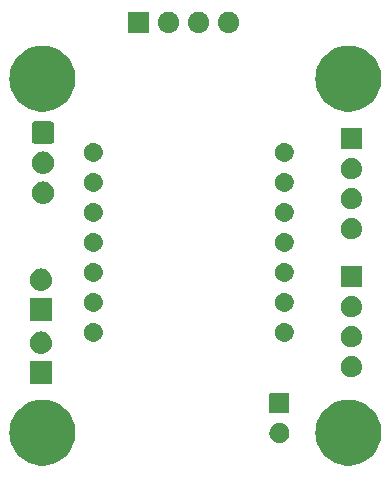
<source format=gbs>
G04 #@! TF.GenerationSoftware,KiCad,Pcbnew,8.0.3*
G04 #@! TF.CreationDate,2024-06-21T14:32:02+02:00*
G04 #@! TF.ProjectId,HeatPumpControl,48656174-5075-46d7-9043-6f6e74726f6c,2.0*
G04 #@! TF.SameCoordinates,Original*
G04 #@! TF.FileFunction,Soldermask,Bot*
G04 #@! TF.FilePolarity,Negative*
%FSLAX46Y46*%
G04 Gerber Fmt 4.6, Leading zero omitted, Abs format (unit mm)*
G04 Created by KiCad (PCBNEW 8.0.3) date 2024-06-21 14:32:02*
%MOMM*%
%LPD*%
G01*
G04 APERTURE LIST*
G04 APERTURE END LIST*
G36*
X140440389Y-136052553D02*
G01*
X140757336Y-136127671D01*
X141063419Y-136239077D01*
X141354500Y-136385263D01*
X141626641Y-136564253D01*
X141876163Y-136773626D01*
X142099690Y-137010552D01*
X142294201Y-137271825D01*
X142457065Y-137553913D01*
X142586079Y-137853002D01*
X142679499Y-138165045D01*
X142736061Y-138485824D01*
X142755000Y-138811000D01*
X142736061Y-139136176D01*
X142679499Y-139456955D01*
X142586079Y-139768998D01*
X142457065Y-140068087D01*
X142294201Y-140350175D01*
X142099690Y-140611448D01*
X141876163Y-140848374D01*
X141626641Y-141057747D01*
X141354500Y-141236737D01*
X141063419Y-141382923D01*
X140757336Y-141494329D01*
X140440389Y-141569447D01*
X140116864Y-141607261D01*
X139791136Y-141607261D01*
X139467611Y-141569447D01*
X139150664Y-141494329D01*
X138844581Y-141382923D01*
X138553500Y-141236737D01*
X138281359Y-141057747D01*
X138031837Y-140848374D01*
X137808310Y-140611448D01*
X137613799Y-140350175D01*
X137450935Y-140068087D01*
X137321921Y-139768998D01*
X137228501Y-139456955D01*
X137171939Y-139136176D01*
X137153000Y-138811000D01*
X137171939Y-138485824D01*
X137228501Y-138165045D01*
X137321921Y-137853002D01*
X137450935Y-137553913D01*
X137613799Y-137271825D01*
X137808310Y-137010552D01*
X138031837Y-136773626D01*
X138281359Y-136564253D01*
X138553500Y-136385263D01*
X138844581Y-136239077D01*
X139150664Y-136127671D01*
X139467611Y-136052553D01*
X139791136Y-136014739D01*
X140116864Y-136014739D01*
X140440389Y-136052553D01*
G37*
G36*
X166348389Y-136052553D02*
G01*
X166665336Y-136127671D01*
X166971419Y-136239077D01*
X167262500Y-136385263D01*
X167534641Y-136564253D01*
X167784163Y-136773626D01*
X168007690Y-137010552D01*
X168202201Y-137271825D01*
X168365065Y-137553913D01*
X168494079Y-137853002D01*
X168587499Y-138165045D01*
X168644061Y-138485824D01*
X168663000Y-138811000D01*
X168644061Y-139136176D01*
X168587499Y-139456955D01*
X168494079Y-139768998D01*
X168365065Y-140068087D01*
X168202201Y-140350175D01*
X168007690Y-140611448D01*
X167784163Y-140848374D01*
X167534641Y-141057747D01*
X167262500Y-141236737D01*
X166971419Y-141382923D01*
X166665336Y-141494329D01*
X166348389Y-141569447D01*
X166024864Y-141607261D01*
X165699136Y-141607261D01*
X165375611Y-141569447D01*
X165058664Y-141494329D01*
X164752581Y-141382923D01*
X164461500Y-141236737D01*
X164189359Y-141057747D01*
X163939837Y-140848374D01*
X163716310Y-140611448D01*
X163521799Y-140350175D01*
X163358935Y-140068087D01*
X163229921Y-139768998D01*
X163136501Y-139456955D01*
X163079939Y-139136176D01*
X163061000Y-138811000D01*
X163079939Y-138485824D01*
X163136501Y-138165045D01*
X163229921Y-137853002D01*
X163358935Y-137553913D01*
X163521799Y-137271825D01*
X163716310Y-137010552D01*
X163939837Y-136773626D01*
X164189359Y-136564253D01*
X164461500Y-136385263D01*
X164752581Y-136239077D01*
X165058664Y-136127671D01*
X165375611Y-136052553D01*
X165699136Y-136014739D01*
X166024864Y-136014739D01*
X166348389Y-136052553D01*
G37*
G36*
X160061199Y-137989562D02*
G01*
X160108954Y-137989562D01*
X160150194Y-137998327D01*
X160185901Y-138001845D01*
X160230759Y-138015452D01*
X160282973Y-138026551D01*
X160316384Y-138041426D01*
X160345435Y-138050239D01*
X160391602Y-138074915D01*
X160445500Y-138098912D01*
X160470554Y-138117115D01*
X160492453Y-138128820D01*
X160537128Y-138165484D01*
X160589430Y-138203484D01*
X160606411Y-138222343D01*
X160621320Y-138234579D01*
X160661387Y-138283401D01*
X160708473Y-138335695D01*
X160718364Y-138352827D01*
X160727079Y-138363446D01*
X160759306Y-138423740D01*
X160797427Y-138489767D01*
X160801813Y-138503268D01*
X160805660Y-138510464D01*
X160826861Y-138580355D01*
X160852404Y-138658967D01*
X160853303Y-138667523D01*
X160854054Y-138669998D01*
X160861371Y-138744289D01*
X160871000Y-138835900D01*
X160861370Y-138927519D01*
X160854054Y-139001801D01*
X160853303Y-139004275D01*
X160852404Y-139012833D01*
X160826856Y-139091458D01*
X160805660Y-139161335D01*
X160801814Y-139168529D01*
X160797427Y-139182033D01*
X160759299Y-139248072D01*
X160727079Y-139308353D01*
X160718366Y-139318969D01*
X160708473Y-139336105D01*
X160661378Y-139388409D01*
X160621320Y-139437220D01*
X160606414Y-139449452D01*
X160589430Y-139468316D01*
X160537118Y-139506323D01*
X160492453Y-139542979D01*
X160470559Y-139554680D01*
X160445500Y-139572888D01*
X160391591Y-139596889D01*
X160345435Y-139621560D01*
X160316391Y-139630370D01*
X160282973Y-139645249D01*
X160230748Y-139656349D01*
X160185901Y-139669954D01*
X160150203Y-139673470D01*
X160108954Y-139682238D01*
X160061188Y-139682238D01*
X160020000Y-139686295D01*
X159978811Y-139682238D01*
X159931046Y-139682238D01*
X159889797Y-139673470D01*
X159854098Y-139669954D01*
X159809248Y-139656348D01*
X159757027Y-139645249D01*
X159723610Y-139630371D01*
X159694564Y-139621560D01*
X159648402Y-139596886D01*
X159594500Y-139572888D01*
X159569443Y-139554683D01*
X159547546Y-139542979D01*
X159502873Y-139506316D01*
X159450570Y-139468316D01*
X159433588Y-139449455D01*
X159418679Y-139437220D01*
X159378610Y-139388396D01*
X159331527Y-139336105D01*
X159321636Y-139318973D01*
X159312920Y-139308353D01*
X159280687Y-139248048D01*
X159242573Y-139182033D01*
X159238186Y-139168534D01*
X159234339Y-139161335D01*
X159213128Y-139091412D01*
X159187596Y-139012833D01*
X159186697Y-139004280D01*
X159185945Y-139001801D01*
X159178613Y-138927367D01*
X159169000Y-138835900D01*
X159178612Y-138744440D01*
X159185945Y-138669998D01*
X159186697Y-138667518D01*
X159187596Y-138658967D01*
X159213123Y-138580402D01*
X159234339Y-138510464D01*
X159238187Y-138503263D01*
X159242573Y-138489767D01*
X159280680Y-138423763D01*
X159312920Y-138363446D01*
X159321638Y-138352823D01*
X159331527Y-138335695D01*
X159378601Y-138283413D01*
X159418679Y-138234579D01*
X159433591Y-138222340D01*
X159450570Y-138203484D01*
X159502862Y-138165491D01*
X159547546Y-138128820D01*
X159569448Y-138117113D01*
X159594500Y-138098912D01*
X159648391Y-138074918D01*
X159694564Y-138050239D01*
X159723617Y-138041425D01*
X159757027Y-138026551D01*
X159809237Y-138015453D01*
X159854098Y-138001845D01*
X159889806Y-137998327D01*
X159931046Y-137989562D01*
X159978801Y-137989562D01*
X160020000Y-137985504D01*
X160061199Y-137989562D01*
G37*
G36*
X160839517Y-135488782D02*
G01*
X160856062Y-135499838D01*
X160867118Y-135516383D01*
X160871000Y-135535900D01*
X160871000Y-137135900D01*
X160867118Y-137155417D01*
X160856062Y-137171962D01*
X160839517Y-137183018D01*
X160820000Y-137186900D01*
X159220000Y-137186900D01*
X159200483Y-137183018D01*
X159183938Y-137171962D01*
X159172882Y-137155417D01*
X159169000Y-137135900D01*
X159169000Y-135535900D01*
X159172882Y-135516383D01*
X159183938Y-135499838D01*
X159200483Y-135488782D01*
X159220000Y-135484900D01*
X160820000Y-135484900D01*
X160839517Y-135488782D01*
G37*
G36*
X140746517Y-132788882D02*
G01*
X140763062Y-132799938D01*
X140774118Y-132816483D01*
X140778000Y-132836000D01*
X140778000Y-134636000D01*
X140774118Y-134655517D01*
X140763062Y-134672062D01*
X140746517Y-134683118D01*
X140727000Y-134687000D01*
X138927000Y-134687000D01*
X138907483Y-134683118D01*
X138890938Y-134672062D01*
X138879882Y-134655517D01*
X138876000Y-134636000D01*
X138876000Y-132836000D01*
X138879882Y-132816483D01*
X138890938Y-132799938D01*
X138907483Y-132788882D01*
X138927000Y-132785000D01*
X140727000Y-132785000D01*
X140746517Y-132788882D01*
G37*
G36*
X166159983Y-132326936D02*
G01*
X166210180Y-132326936D01*
X166253524Y-132336149D01*
X166291659Y-132339905D01*
X166339566Y-132354437D01*
X166394424Y-132366098D01*
X166429530Y-132381728D01*
X166460566Y-132391143D01*
X166509884Y-132417504D01*
X166566500Y-132442711D01*
X166592822Y-132461835D01*
X166616232Y-132474348D01*
X166663988Y-132513540D01*
X166718887Y-132553427D01*
X166736711Y-132573223D01*
X166752675Y-132586324D01*
X166795572Y-132638594D01*
X166844924Y-132693405D01*
X166855292Y-132711363D01*
X166864651Y-132722767D01*
X166899273Y-132787542D01*
X166939104Y-132856530D01*
X166943685Y-132870630D01*
X166947856Y-132878433D01*
X166970852Y-132954242D01*
X166997311Y-133035672D01*
X166998242Y-133044532D01*
X166999094Y-133047340D01*
X167007384Y-133131513D01*
X167017000Y-133223000D01*
X167007383Y-133314494D01*
X166999094Y-133398659D01*
X166998242Y-133401466D01*
X166997311Y-133410328D01*
X166970848Y-133491771D01*
X166947856Y-133567566D01*
X166943686Y-133575366D01*
X166939104Y-133589470D01*
X166899266Y-133658470D01*
X166864651Y-133723232D01*
X166855294Y-133734633D01*
X166844924Y-133752595D01*
X166795563Y-133807415D01*
X166752675Y-133859675D01*
X166736714Y-133872773D01*
X166718887Y-133892573D01*
X166663977Y-133932467D01*
X166616232Y-133971651D01*
X166592827Y-133984161D01*
X166566500Y-134003289D01*
X166509873Y-134028500D01*
X166460566Y-134054856D01*
X166429537Y-134064268D01*
X166394424Y-134079902D01*
X166339555Y-134091564D01*
X166291659Y-134106094D01*
X166253532Y-134109849D01*
X166210180Y-134119064D01*
X166159973Y-134119064D01*
X166116000Y-134123395D01*
X166072027Y-134119064D01*
X166021820Y-134119064D01*
X165978467Y-134109849D01*
X165940340Y-134106094D01*
X165892441Y-134091563D01*
X165837576Y-134079902D01*
X165802464Y-134064269D01*
X165771433Y-134054856D01*
X165722120Y-134028498D01*
X165665500Y-134003289D01*
X165639175Y-133984163D01*
X165615767Y-133971651D01*
X165568013Y-133932460D01*
X165513113Y-133892573D01*
X165495287Y-133872776D01*
X165479324Y-133859675D01*
X165436425Y-133807402D01*
X165387076Y-133752595D01*
X165376708Y-133734637D01*
X165367348Y-133723232D01*
X165332719Y-133658447D01*
X165292896Y-133589470D01*
X165288315Y-133575371D01*
X165284143Y-133567566D01*
X165261136Y-133491725D01*
X165234689Y-133410328D01*
X165233758Y-133401471D01*
X165232905Y-133398659D01*
X165224600Y-133314342D01*
X165215000Y-133223000D01*
X165224599Y-133131664D01*
X165232905Y-133047340D01*
X165233758Y-133044527D01*
X165234689Y-133035672D01*
X165261132Y-132954288D01*
X165284143Y-132878433D01*
X165288315Y-132870626D01*
X165292896Y-132856530D01*
X165332712Y-132787565D01*
X165367348Y-132722767D01*
X165376710Y-132711359D01*
X165387076Y-132693405D01*
X165436416Y-132638607D01*
X165479324Y-132586324D01*
X165495291Y-132573219D01*
X165513113Y-132553427D01*
X165568002Y-132513546D01*
X165615767Y-132474348D01*
X165639180Y-132461833D01*
X165665500Y-132442711D01*
X165722109Y-132417506D01*
X165771433Y-132391143D01*
X165802471Y-132381727D01*
X165837576Y-132366098D01*
X165892430Y-132354438D01*
X165940340Y-132339905D01*
X165978476Y-132336148D01*
X166021820Y-132326936D01*
X166072016Y-132326936D01*
X166116000Y-132322604D01*
X166159983Y-132326936D01*
G37*
G36*
X139873604Y-130249590D02*
G01*
X139914696Y-130249590D01*
X139960456Y-130258144D01*
X140012531Y-130263273D01*
X140052091Y-130275273D01*
X140087111Y-130281820D01*
X140135617Y-130300611D01*
X140190932Y-130317391D01*
X140222534Y-130334282D01*
X140250656Y-130345177D01*
X140299513Y-130375428D01*
X140355347Y-130405272D01*
X140378809Y-130424526D01*
X140399784Y-130437514D01*
X140446256Y-130479879D01*
X140499459Y-130523541D01*
X140515224Y-130542751D01*
X140529400Y-130555674D01*
X140570557Y-130610174D01*
X140617728Y-130667653D01*
X140626848Y-130684717D01*
X140635099Y-130695642D01*
X140667925Y-130761566D01*
X140705609Y-130832068D01*
X140709628Y-130845316D01*
X140713282Y-130852655D01*
X140734864Y-130928507D01*
X140759727Y-131010469D01*
X140760543Y-131018762D01*
X140761280Y-131021350D01*
X140768937Y-131103982D01*
X140778000Y-131196000D01*
X140768936Y-131288026D01*
X140761280Y-131370649D01*
X140760544Y-131373235D01*
X140759727Y-131381531D01*
X140734859Y-131463507D01*
X140713282Y-131539344D01*
X140709628Y-131546680D01*
X140705609Y-131559932D01*
X140667917Y-131630447D01*
X140635099Y-131696357D01*
X140626850Y-131707279D01*
X140617728Y-131724347D01*
X140570547Y-131781836D01*
X140529400Y-131836325D01*
X140515227Y-131849244D01*
X140499459Y-131868459D01*
X140446245Y-131912129D01*
X140399784Y-131954485D01*
X140378814Y-131967469D01*
X140355347Y-131986728D01*
X140299502Y-132016577D01*
X140250656Y-132046822D01*
X140222541Y-132057713D01*
X140190932Y-132074609D01*
X140135605Y-132091392D01*
X140087111Y-132110179D01*
X140052098Y-132116724D01*
X140012531Y-132128727D01*
X139960453Y-132133856D01*
X139914696Y-132142410D01*
X139873604Y-132142410D01*
X139827000Y-132147000D01*
X139780396Y-132142410D01*
X139739304Y-132142410D01*
X139693545Y-132133856D01*
X139641469Y-132128727D01*
X139601902Y-132116724D01*
X139566888Y-132110179D01*
X139518389Y-132091390D01*
X139463068Y-132074609D01*
X139431461Y-132057714D01*
X139403343Y-132046822D01*
X139354490Y-132016573D01*
X139298653Y-131986728D01*
X139275188Y-131967471D01*
X139254215Y-131954485D01*
X139207744Y-131912121D01*
X139154541Y-131868459D01*
X139138775Y-131849248D01*
X139124599Y-131836325D01*
X139083439Y-131781821D01*
X139036272Y-131724347D01*
X139027151Y-131707284D01*
X139018900Y-131696357D01*
X138986067Y-131630420D01*
X138948391Y-131559932D01*
X138944372Y-131546685D01*
X138940717Y-131539344D01*
X138919124Y-131463454D01*
X138894273Y-131381531D01*
X138893456Y-131373241D01*
X138892719Y-131370649D01*
X138885046Y-131287854D01*
X138876000Y-131196000D01*
X138885045Y-131104153D01*
X138892719Y-131021350D01*
X138893456Y-131018757D01*
X138894273Y-131010469D01*
X138919119Y-130928560D01*
X138940717Y-130852655D01*
X138944373Y-130845311D01*
X138948391Y-130832068D01*
X138986060Y-130761593D01*
X139018900Y-130695642D01*
X139027153Y-130684712D01*
X139036272Y-130667653D01*
X139083430Y-130610190D01*
X139124599Y-130555674D01*
X139138778Y-130542747D01*
X139154541Y-130523541D01*
X139207733Y-130479887D01*
X139254215Y-130437514D01*
X139275193Y-130424524D01*
X139298653Y-130405272D01*
X139354478Y-130375432D01*
X139403343Y-130345177D01*
X139431467Y-130334281D01*
X139463068Y-130317391D01*
X139518377Y-130300612D01*
X139566888Y-130281820D01*
X139601909Y-130275273D01*
X139641469Y-130263273D01*
X139693542Y-130258144D01*
X139739304Y-130249590D01*
X139780396Y-130249590D01*
X139827000Y-130245000D01*
X139873604Y-130249590D01*
G37*
G36*
X166159983Y-129786936D02*
G01*
X166210180Y-129786936D01*
X166253524Y-129796149D01*
X166291659Y-129799905D01*
X166339566Y-129814437D01*
X166394424Y-129826098D01*
X166429530Y-129841728D01*
X166460566Y-129851143D01*
X166509884Y-129877504D01*
X166566500Y-129902711D01*
X166592822Y-129921835D01*
X166616232Y-129934348D01*
X166663988Y-129973540D01*
X166718887Y-130013427D01*
X166736711Y-130033223D01*
X166752675Y-130046324D01*
X166795572Y-130098594D01*
X166844924Y-130153405D01*
X166855292Y-130171363D01*
X166864651Y-130182767D01*
X166899273Y-130247542D01*
X166939104Y-130316530D01*
X166943685Y-130330630D01*
X166947856Y-130338433D01*
X166970852Y-130414242D01*
X166997311Y-130495672D01*
X166998242Y-130504532D01*
X166999094Y-130507340D01*
X167007384Y-130591513D01*
X167017000Y-130683000D01*
X167007383Y-130774494D01*
X166999094Y-130858659D01*
X166998242Y-130861466D01*
X166997311Y-130870328D01*
X166970848Y-130951771D01*
X166947856Y-131027566D01*
X166943686Y-131035366D01*
X166939104Y-131049470D01*
X166899266Y-131118470D01*
X166864651Y-131183232D01*
X166855294Y-131194633D01*
X166844924Y-131212595D01*
X166795563Y-131267415D01*
X166752675Y-131319675D01*
X166736714Y-131332773D01*
X166718887Y-131352573D01*
X166663977Y-131392467D01*
X166616232Y-131431651D01*
X166592827Y-131444161D01*
X166566500Y-131463289D01*
X166509873Y-131488500D01*
X166460566Y-131514856D01*
X166429537Y-131524268D01*
X166394424Y-131539902D01*
X166339555Y-131551564D01*
X166291659Y-131566094D01*
X166253532Y-131569849D01*
X166210180Y-131579064D01*
X166159973Y-131579064D01*
X166116000Y-131583395D01*
X166072027Y-131579064D01*
X166021820Y-131579064D01*
X165978467Y-131569849D01*
X165940340Y-131566094D01*
X165892441Y-131551563D01*
X165837576Y-131539902D01*
X165802464Y-131524269D01*
X165771433Y-131514856D01*
X165722120Y-131488498D01*
X165665500Y-131463289D01*
X165639175Y-131444163D01*
X165615767Y-131431651D01*
X165568013Y-131392460D01*
X165513113Y-131352573D01*
X165495287Y-131332776D01*
X165479324Y-131319675D01*
X165436425Y-131267402D01*
X165387076Y-131212595D01*
X165376708Y-131194637D01*
X165367348Y-131183232D01*
X165332719Y-131118447D01*
X165292896Y-131049470D01*
X165288315Y-131035371D01*
X165284143Y-131027566D01*
X165261136Y-130951725D01*
X165234689Y-130870328D01*
X165233758Y-130861471D01*
X165232905Y-130858659D01*
X165224600Y-130774342D01*
X165215000Y-130683000D01*
X165224599Y-130591664D01*
X165232905Y-130507340D01*
X165233758Y-130504527D01*
X165234689Y-130495672D01*
X165261132Y-130414288D01*
X165284143Y-130338433D01*
X165288315Y-130330626D01*
X165292896Y-130316530D01*
X165332712Y-130247565D01*
X165367348Y-130182767D01*
X165376710Y-130171359D01*
X165387076Y-130153405D01*
X165436416Y-130098607D01*
X165479324Y-130046324D01*
X165495291Y-130033219D01*
X165513113Y-130013427D01*
X165568002Y-129973546D01*
X165615767Y-129934348D01*
X165639180Y-129921833D01*
X165665500Y-129902711D01*
X165722109Y-129877506D01*
X165771433Y-129851143D01*
X165802471Y-129841727D01*
X165837576Y-129826098D01*
X165892430Y-129814438D01*
X165940340Y-129799905D01*
X165978476Y-129796148D01*
X166021820Y-129786936D01*
X166072016Y-129786936D01*
X166116000Y-129782604D01*
X166159983Y-129786936D01*
G37*
G36*
X144313323Y-129521773D02*
G01*
X144351957Y-129521773D01*
X144395540Y-129531036D01*
X144446539Y-129536783D01*
X144483621Y-129549758D01*
X144515606Y-129556557D01*
X144561701Y-129577079D01*
X144615841Y-129596024D01*
X144644019Y-129613729D01*
X144668457Y-129624610D01*
X144714020Y-129657714D01*
X144767715Y-129691453D01*
X144787000Y-129710738D01*
X144803812Y-129722953D01*
X144845376Y-129769114D01*
X144894547Y-129818285D01*
X144905855Y-129836282D01*
X144915767Y-129847290D01*
X144949676Y-129906022D01*
X144989976Y-129970159D01*
X144995007Y-129984538D01*
X144999420Y-129992181D01*
X145022018Y-130061730D01*
X145049217Y-130139461D01*
X145050248Y-130148613D01*
X145051123Y-130151306D01*
X145059050Y-130226738D01*
X145069300Y-130317700D01*
X145059050Y-130408669D01*
X145051123Y-130484093D01*
X145050248Y-130486784D01*
X145049217Y-130495939D01*
X145022013Y-130573682D01*
X144999420Y-130643218D01*
X144995008Y-130650859D01*
X144989976Y-130665241D01*
X144949669Y-130729388D01*
X144915767Y-130788109D01*
X144905857Y-130799114D01*
X144894547Y-130817115D01*
X144845367Y-130866294D01*
X144803812Y-130912446D01*
X144787004Y-130924657D01*
X144767715Y-130943947D01*
X144714010Y-130977692D01*
X144668457Y-131010789D01*
X144644025Y-131021666D01*
X144615841Y-131039376D01*
X144561691Y-131058323D01*
X144515606Y-131078842D01*
X144483627Y-131085639D01*
X144446539Y-131098617D01*
X144395537Y-131104363D01*
X144351957Y-131113627D01*
X144313323Y-131113627D01*
X144268300Y-131118700D01*
X144223277Y-131113627D01*
X144184643Y-131113627D01*
X144141061Y-131104363D01*
X144090061Y-131098617D01*
X144052974Y-131085639D01*
X144020993Y-131078842D01*
X143974903Y-131058322D01*
X143920759Y-131039376D01*
X143892577Y-131021668D01*
X143868142Y-131010789D01*
X143822582Y-130977687D01*
X143768885Y-130943947D01*
X143749598Y-130924660D01*
X143732787Y-130912446D01*
X143691222Y-130866284D01*
X143642053Y-130817115D01*
X143630744Y-130799118D01*
X143620832Y-130788109D01*
X143586918Y-130729368D01*
X143546624Y-130665241D01*
X143541593Y-130650863D01*
X143537179Y-130643218D01*
X143514572Y-130573642D01*
X143487383Y-130495939D01*
X143486352Y-130486789D01*
X143485476Y-130484093D01*
X143477535Y-130408537D01*
X143467300Y-130317700D01*
X143477534Y-130226870D01*
X143485476Y-130151306D01*
X143486352Y-130148609D01*
X143487383Y-130139461D01*
X143514567Y-130061770D01*
X143537179Y-129992181D01*
X143541593Y-129984534D01*
X143546624Y-129970159D01*
X143586911Y-129906042D01*
X143620832Y-129847290D01*
X143630746Y-129836278D01*
X143642053Y-129818285D01*
X143691213Y-129769124D01*
X143732787Y-129722953D01*
X143749601Y-129710736D01*
X143768885Y-129691453D01*
X143822578Y-129657715D01*
X143868146Y-129624608D01*
X143892584Y-129613727D01*
X143920759Y-129596024D01*
X143974887Y-129577083D01*
X144020989Y-129556558D01*
X144052979Y-129549758D01*
X144090061Y-129536783D01*
X144141059Y-129531036D01*
X144184643Y-129521773D01*
X144223277Y-129521773D01*
X144268300Y-129516700D01*
X144313323Y-129521773D01*
G37*
G36*
X160478323Y-129521773D02*
G01*
X160516957Y-129521773D01*
X160560540Y-129531036D01*
X160611539Y-129536783D01*
X160648621Y-129549758D01*
X160680606Y-129556557D01*
X160726701Y-129577079D01*
X160780841Y-129596024D01*
X160809019Y-129613729D01*
X160833457Y-129624610D01*
X160879020Y-129657714D01*
X160932715Y-129691453D01*
X160952000Y-129710738D01*
X160968812Y-129722953D01*
X161010376Y-129769114D01*
X161059547Y-129818285D01*
X161070855Y-129836282D01*
X161080767Y-129847290D01*
X161114676Y-129906022D01*
X161154976Y-129970159D01*
X161160007Y-129984538D01*
X161164420Y-129992181D01*
X161187018Y-130061730D01*
X161214217Y-130139461D01*
X161215248Y-130148613D01*
X161216123Y-130151306D01*
X161224050Y-130226738D01*
X161234300Y-130317700D01*
X161224050Y-130408669D01*
X161216123Y-130484093D01*
X161215248Y-130486784D01*
X161214217Y-130495939D01*
X161187013Y-130573682D01*
X161164420Y-130643218D01*
X161160008Y-130650859D01*
X161154976Y-130665241D01*
X161114669Y-130729388D01*
X161080767Y-130788109D01*
X161070857Y-130799114D01*
X161059547Y-130817115D01*
X161010367Y-130866294D01*
X160968812Y-130912446D01*
X160952004Y-130924657D01*
X160932715Y-130943947D01*
X160879010Y-130977692D01*
X160833457Y-131010789D01*
X160809025Y-131021666D01*
X160780841Y-131039376D01*
X160726691Y-131058323D01*
X160680606Y-131078842D01*
X160648627Y-131085639D01*
X160611539Y-131098617D01*
X160560537Y-131104363D01*
X160516957Y-131113627D01*
X160478323Y-131113627D01*
X160433300Y-131118700D01*
X160388277Y-131113627D01*
X160349643Y-131113627D01*
X160306061Y-131104363D01*
X160255061Y-131098617D01*
X160217974Y-131085639D01*
X160185993Y-131078842D01*
X160139903Y-131058322D01*
X160085759Y-131039376D01*
X160057577Y-131021668D01*
X160033142Y-131010789D01*
X159987582Y-130977687D01*
X159933885Y-130943947D01*
X159914598Y-130924660D01*
X159897787Y-130912446D01*
X159856222Y-130866284D01*
X159807053Y-130817115D01*
X159795744Y-130799118D01*
X159785832Y-130788109D01*
X159751918Y-130729368D01*
X159711624Y-130665241D01*
X159706593Y-130650863D01*
X159702179Y-130643218D01*
X159679572Y-130573642D01*
X159652383Y-130495939D01*
X159651352Y-130486789D01*
X159650476Y-130484093D01*
X159642535Y-130408537D01*
X159632300Y-130317700D01*
X159642534Y-130226870D01*
X159650476Y-130151306D01*
X159651352Y-130148609D01*
X159652383Y-130139461D01*
X159679567Y-130061770D01*
X159702179Y-129992181D01*
X159706593Y-129984534D01*
X159711624Y-129970159D01*
X159751911Y-129906042D01*
X159785832Y-129847290D01*
X159795746Y-129836278D01*
X159807053Y-129818285D01*
X159856213Y-129769124D01*
X159897787Y-129722953D01*
X159914601Y-129710736D01*
X159933885Y-129691453D01*
X159987578Y-129657715D01*
X160033146Y-129624608D01*
X160057584Y-129613727D01*
X160085759Y-129596024D01*
X160139887Y-129577083D01*
X160185989Y-129556558D01*
X160217979Y-129549758D01*
X160255061Y-129536783D01*
X160306059Y-129531036D01*
X160349643Y-129521773D01*
X160388277Y-129521773D01*
X160433300Y-129516700D01*
X160478323Y-129521773D01*
G37*
G36*
X140746517Y-127454882D02*
G01*
X140763062Y-127465938D01*
X140774118Y-127482483D01*
X140778000Y-127502000D01*
X140778000Y-129302000D01*
X140774118Y-129321517D01*
X140763062Y-129338062D01*
X140746517Y-129349118D01*
X140727000Y-129353000D01*
X138927000Y-129353000D01*
X138907483Y-129349118D01*
X138890938Y-129338062D01*
X138879882Y-129321517D01*
X138876000Y-129302000D01*
X138876000Y-127502000D01*
X138879882Y-127482483D01*
X138890938Y-127465938D01*
X138907483Y-127454882D01*
X138927000Y-127451000D01*
X140727000Y-127451000D01*
X140746517Y-127454882D01*
G37*
G36*
X166159983Y-127246936D02*
G01*
X166210180Y-127246936D01*
X166253524Y-127256149D01*
X166291659Y-127259905D01*
X166339566Y-127274437D01*
X166394424Y-127286098D01*
X166429530Y-127301728D01*
X166460566Y-127311143D01*
X166509884Y-127337504D01*
X166566500Y-127362711D01*
X166592822Y-127381835D01*
X166616232Y-127394348D01*
X166663988Y-127433540D01*
X166718887Y-127473427D01*
X166736711Y-127493223D01*
X166752675Y-127506324D01*
X166795572Y-127558594D01*
X166844924Y-127613405D01*
X166855292Y-127631363D01*
X166864651Y-127642767D01*
X166899273Y-127707542D01*
X166939104Y-127776530D01*
X166943685Y-127790630D01*
X166947856Y-127798433D01*
X166970852Y-127874242D01*
X166997311Y-127955672D01*
X166998242Y-127964532D01*
X166999094Y-127967340D01*
X167007384Y-128051513D01*
X167017000Y-128143000D01*
X167007383Y-128234494D01*
X166999094Y-128318659D01*
X166998242Y-128321466D01*
X166997311Y-128330328D01*
X166970848Y-128411771D01*
X166947856Y-128487566D01*
X166943686Y-128495366D01*
X166939104Y-128509470D01*
X166899266Y-128578470D01*
X166864651Y-128643232D01*
X166855294Y-128654633D01*
X166844924Y-128672595D01*
X166795563Y-128727415D01*
X166752675Y-128779675D01*
X166736714Y-128792773D01*
X166718887Y-128812573D01*
X166663977Y-128852467D01*
X166616232Y-128891651D01*
X166592827Y-128904161D01*
X166566500Y-128923289D01*
X166509873Y-128948500D01*
X166460566Y-128974856D01*
X166429537Y-128984268D01*
X166394424Y-128999902D01*
X166339555Y-129011564D01*
X166291659Y-129026094D01*
X166253532Y-129029849D01*
X166210180Y-129039064D01*
X166159973Y-129039064D01*
X166116000Y-129043395D01*
X166072027Y-129039064D01*
X166021820Y-129039064D01*
X165978467Y-129029849D01*
X165940340Y-129026094D01*
X165892441Y-129011563D01*
X165837576Y-128999902D01*
X165802464Y-128984269D01*
X165771433Y-128974856D01*
X165722120Y-128948498D01*
X165665500Y-128923289D01*
X165639175Y-128904163D01*
X165615767Y-128891651D01*
X165568013Y-128852460D01*
X165513113Y-128812573D01*
X165495287Y-128792776D01*
X165479324Y-128779675D01*
X165436425Y-128727402D01*
X165387076Y-128672595D01*
X165376708Y-128654637D01*
X165367348Y-128643232D01*
X165332719Y-128578447D01*
X165292896Y-128509470D01*
X165288315Y-128495371D01*
X165284143Y-128487566D01*
X165261136Y-128411725D01*
X165234689Y-128330328D01*
X165233758Y-128321471D01*
X165232905Y-128318659D01*
X165224600Y-128234342D01*
X165215000Y-128143000D01*
X165224599Y-128051664D01*
X165232905Y-127967340D01*
X165233758Y-127964527D01*
X165234689Y-127955672D01*
X165261132Y-127874288D01*
X165284143Y-127798433D01*
X165288315Y-127790626D01*
X165292896Y-127776530D01*
X165332712Y-127707565D01*
X165367348Y-127642767D01*
X165376710Y-127631359D01*
X165387076Y-127613405D01*
X165436416Y-127558607D01*
X165479324Y-127506324D01*
X165495291Y-127493219D01*
X165513113Y-127473427D01*
X165568002Y-127433546D01*
X165615767Y-127394348D01*
X165639180Y-127381833D01*
X165665500Y-127362711D01*
X165722109Y-127337506D01*
X165771433Y-127311143D01*
X165802471Y-127301727D01*
X165837576Y-127286098D01*
X165892430Y-127274438D01*
X165940340Y-127259905D01*
X165978476Y-127256148D01*
X166021820Y-127246936D01*
X166072016Y-127246936D01*
X166116000Y-127242604D01*
X166159983Y-127246936D01*
G37*
G36*
X144313323Y-126981773D02*
G01*
X144351957Y-126981773D01*
X144395540Y-126991036D01*
X144446539Y-126996783D01*
X144483621Y-127009758D01*
X144515606Y-127016557D01*
X144561701Y-127037079D01*
X144615841Y-127056024D01*
X144644019Y-127073729D01*
X144668457Y-127084610D01*
X144714020Y-127117714D01*
X144767715Y-127151453D01*
X144787000Y-127170738D01*
X144803812Y-127182953D01*
X144845376Y-127229114D01*
X144894547Y-127278285D01*
X144905855Y-127296282D01*
X144915767Y-127307290D01*
X144949676Y-127366022D01*
X144989976Y-127430159D01*
X144995007Y-127444538D01*
X144999420Y-127452181D01*
X145022018Y-127521730D01*
X145049217Y-127599461D01*
X145050248Y-127608613D01*
X145051123Y-127611306D01*
X145059050Y-127686738D01*
X145069300Y-127777700D01*
X145059050Y-127868669D01*
X145051123Y-127944093D01*
X145050248Y-127946784D01*
X145049217Y-127955939D01*
X145022013Y-128033682D01*
X144999420Y-128103218D01*
X144995008Y-128110859D01*
X144989976Y-128125241D01*
X144949669Y-128189388D01*
X144915767Y-128248109D01*
X144905857Y-128259114D01*
X144894547Y-128277115D01*
X144845367Y-128326294D01*
X144803812Y-128372446D01*
X144787004Y-128384657D01*
X144767715Y-128403947D01*
X144714010Y-128437692D01*
X144668457Y-128470789D01*
X144644025Y-128481666D01*
X144615841Y-128499376D01*
X144561691Y-128518323D01*
X144515606Y-128538842D01*
X144483627Y-128545639D01*
X144446539Y-128558617D01*
X144395537Y-128564363D01*
X144351957Y-128573627D01*
X144313323Y-128573627D01*
X144268300Y-128578700D01*
X144223277Y-128573627D01*
X144184643Y-128573627D01*
X144141061Y-128564363D01*
X144090061Y-128558617D01*
X144052974Y-128545639D01*
X144020993Y-128538842D01*
X143974903Y-128518322D01*
X143920759Y-128499376D01*
X143892577Y-128481668D01*
X143868142Y-128470789D01*
X143822582Y-128437687D01*
X143768885Y-128403947D01*
X143749598Y-128384660D01*
X143732787Y-128372446D01*
X143691222Y-128326284D01*
X143642053Y-128277115D01*
X143630744Y-128259118D01*
X143620832Y-128248109D01*
X143586918Y-128189368D01*
X143546624Y-128125241D01*
X143541593Y-128110863D01*
X143537179Y-128103218D01*
X143514572Y-128033642D01*
X143487383Y-127955939D01*
X143486352Y-127946789D01*
X143485476Y-127944093D01*
X143477535Y-127868537D01*
X143467300Y-127777700D01*
X143477534Y-127686870D01*
X143485476Y-127611306D01*
X143486352Y-127608609D01*
X143487383Y-127599461D01*
X143514567Y-127521770D01*
X143537179Y-127452181D01*
X143541593Y-127444534D01*
X143546624Y-127430159D01*
X143586911Y-127366042D01*
X143620832Y-127307290D01*
X143630746Y-127296278D01*
X143642053Y-127278285D01*
X143691213Y-127229124D01*
X143732787Y-127182953D01*
X143749601Y-127170736D01*
X143768885Y-127151453D01*
X143822578Y-127117715D01*
X143868146Y-127084608D01*
X143892584Y-127073727D01*
X143920759Y-127056024D01*
X143974887Y-127037083D01*
X144020989Y-127016558D01*
X144052979Y-127009758D01*
X144090061Y-126996783D01*
X144141059Y-126991036D01*
X144184643Y-126981773D01*
X144223277Y-126981773D01*
X144268300Y-126976700D01*
X144313323Y-126981773D01*
G37*
G36*
X160478323Y-126981773D02*
G01*
X160516957Y-126981773D01*
X160560540Y-126991036D01*
X160611539Y-126996783D01*
X160648621Y-127009758D01*
X160680606Y-127016557D01*
X160726701Y-127037079D01*
X160780841Y-127056024D01*
X160809019Y-127073729D01*
X160833457Y-127084610D01*
X160879020Y-127117714D01*
X160932715Y-127151453D01*
X160952000Y-127170738D01*
X160968812Y-127182953D01*
X161010376Y-127229114D01*
X161059547Y-127278285D01*
X161070855Y-127296282D01*
X161080767Y-127307290D01*
X161114676Y-127366022D01*
X161154976Y-127430159D01*
X161160007Y-127444538D01*
X161164420Y-127452181D01*
X161187018Y-127521730D01*
X161214217Y-127599461D01*
X161215248Y-127608613D01*
X161216123Y-127611306D01*
X161224050Y-127686738D01*
X161234300Y-127777700D01*
X161224050Y-127868669D01*
X161216123Y-127944093D01*
X161215248Y-127946784D01*
X161214217Y-127955939D01*
X161187013Y-128033682D01*
X161164420Y-128103218D01*
X161160008Y-128110859D01*
X161154976Y-128125241D01*
X161114669Y-128189388D01*
X161080767Y-128248109D01*
X161070857Y-128259114D01*
X161059547Y-128277115D01*
X161010367Y-128326294D01*
X160968812Y-128372446D01*
X160952004Y-128384657D01*
X160932715Y-128403947D01*
X160879010Y-128437692D01*
X160833457Y-128470789D01*
X160809025Y-128481666D01*
X160780841Y-128499376D01*
X160726691Y-128518323D01*
X160680606Y-128538842D01*
X160648627Y-128545639D01*
X160611539Y-128558617D01*
X160560537Y-128564363D01*
X160516957Y-128573627D01*
X160478323Y-128573627D01*
X160433300Y-128578700D01*
X160388277Y-128573627D01*
X160349643Y-128573627D01*
X160306061Y-128564363D01*
X160255061Y-128558617D01*
X160217974Y-128545639D01*
X160185993Y-128538842D01*
X160139903Y-128518322D01*
X160085759Y-128499376D01*
X160057577Y-128481668D01*
X160033142Y-128470789D01*
X159987582Y-128437687D01*
X159933885Y-128403947D01*
X159914598Y-128384660D01*
X159897787Y-128372446D01*
X159856222Y-128326284D01*
X159807053Y-128277115D01*
X159795744Y-128259118D01*
X159785832Y-128248109D01*
X159751918Y-128189368D01*
X159711624Y-128125241D01*
X159706593Y-128110863D01*
X159702179Y-128103218D01*
X159679572Y-128033642D01*
X159652383Y-127955939D01*
X159651352Y-127946789D01*
X159650476Y-127944093D01*
X159642535Y-127868537D01*
X159632300Y-127777700D01*
X159642534Y-127686870D01*
X159650476Y-127611306D01*
X159651352Y-127608609D01*
X159652383Y-127599461D01*
X159679567Y-127521770D01*
X159702179Y-127452181D01*
X159706593Y-127444534D01*
X159711624Y-127430159D01*
X159751911Y-127366042D01*
X159785832Y-127307290D01*
X159795746Y-127296278D01*
X159807053Y-127278285D01*
X159856213Y-127229124D01*
X159897787Y-127182953D01*
X159914601Y-127170736D01*
X159933885Y-127151453D01*
X159987578Y-127117715D01*
X160033146Y-127084608D01*
X160057584Y-127073727D01*
X160085759Y-127056024D01*
X160139887Y-127037083D01*
X160185989Y-127016558D01*
X160217979Y-127009758D01*
X160255061Y-126996783D01*
X160306059Y-126991036D01*
X160349643Y-126981773D01*
X160388277Y-126981773D01*
X160433300Y-126976700D01*
X160478323Y-126981773D01*
G37*
G36*
X139873604Y-124915590D02*
G01*
X139914696Y-124915590D01*
X139960456Y-124924144D01*
X140012531Y-124929273D01*
X140052091Y-124941273D01*
X140087111Y-124947820D01*
X140135617Y-124966611D01*
X140190932Y-124983391D01*
X140222534Y-125000282D01*
X140250656Y-125011177D01*
X140299513Y-125041428D01*
X140355347Y-125071272D01*
X140378809Y-125090526D01*
X140399784Y-125103514D01*
X140446256Y-125145879D01*
X140499459Y-125189541D01*
X140515224Y-125208751D01*
X140529400Y-125221674D01*
X140570557Y-125276174D01*
X140617728Y-125333653D01*
X140626848Y-125350717D01*
X140635099Y-125361642D01*
X140667925Y-125427566D01*
X140705609Y-125498068D01*
X140709628Y-125511316D01*
X140713282Y-125518655D01*
X140734864Y-125594507D01*
X140759727Y-125676469D01*
X140760543Y-125684762D01*
X140761280Y-125687350D01*
X140768937Y-125769982D01*
X140778000Y-125862000D01*
X140768936Y-125954026D01*
X140761280Y-126036649D01*
X140760544Y-126039235D01*
X140759727Y-126047531D01*
X140734859Y-126129507D01*
X140713282Y-126205344D01*
X140709628Y-126212680D01*
X140705609Y-126225932D01*
X140667917Y-126296447D01*
X140635099Y-126362357D01*
X140626850Y-126373279D01*
X140617728Y-126390347D01*
X140570547Y-126447836D01*
X140529400Y-126502325D01*
X140515227Y-126515244D01*
X140499459Y-126534459D01*
X140446245Y-126578129D01*
X140399784Y-126620485D01*
X140378814Y-126633469D01*
X140355347Y-126652728D01*
X140299502Y-126682577D01*
X140250656Y-126712822D01*
X140222541Y-126723713D01*
X140190932Y-126740609D01*
X140135605Y-126757392D01*
X140087111Y-126776179D01*
X140052098Y-126782724D01*
X140012531Y-126794727D01*
X139960453Y-126799856D01*
X139914696Y-126808410D01*
X139873604Y-126808410D01*
X139827000Y-126813000D01*
X139780396Y-126808410D01*
X139739304Y-126808410D01*
X139693545Y-126799856D01*
X139641469Y-126794727D01*
X139601902Y-126782724D01*
X139566888Y-126776179D01*
X139518389Y-126757390D01*
X139463068Y-126740609D01*
X139431461Y-126723714D01*
X139403343Y-126712822D01*
X139354490Y-126682573D01*
X139298653Y-126652728D01*
X139275188Y-126633471D01*
X139254215Y-126620485D01*
X139207744Y-126578121D01*
X139154541Y-126534459D01*
X139138775Y-126515248D01*
X139124599Y-126502325D01*
X139083439Y-126447821D01*
X139036272Y-126390347D01*
X139027151Y-126373284D01*
X139018900Y-126362357D01*
X138986067Y-126296420D01*
X138948391Y-126225932D01*
X138944372Y-126212685D01*
X138940717Y-126205344D01*
X138919124Y-126129454D01*
X138894273Y-126047531D01*
X138893456Y-126039241D01*
X138892719Y-126036649D01*
X138885046Y-125953854D01*
X138876000Y-125862000D01*
X138885045Y-125770153D01*
X138892719Y-125687350D01*
X138893456Y-125684757D01*
X138894273Y-125676469D01*
X138919119Y-125594560D01*
X138940717Y-125518655D01*
X138944373Y-125511311D01*
X138948391Y-125498068D01*
X138986060Y-125427593D01*
X139018900Y-125361642D01*
X139027153Y-125350712D01*
X139036272Y-125333653D01*
X139083430Y-125276190D01*
X139124599Y-125221674D01*
X139138778Y-125208747D01*
X139154541Y-125189541D01*
X139207733Y-125145887D01*
X139254215Y-125103514D01*
X139275193Y-125090524D01*
X139298653Y-125071272D01*
X139354478Y-125041432D01*
X139403343Y-125011177D01*
X139431467Y-125000281D01*
X139463068Y-124983391D01*
X139518377Y-124966612D01*
X139566888Y-124947820D01*
X139601909Y-124941273D01*
X139641469Y-124929273D01*
X139693542Y-124924144D01*
X139739304Y-124915590D01*
X139780396Y-124915590D01*
X139827000Y-124911000D01*
X139873604Y-124915590D01*
G37*
G36*
X166985517Y-124705882D02*
G01*
X167002062Y-124716938D01*
X167013118Y-124733483D01*
X167017000Y-124753000D01*
X167017000Y-126453000D01*
X167013118Y-126472517D01*
X167002062Y-126489062D01*
X166985517Y-126500118D01*
X166966000Y-126504000D01*
X165266000Y-126504000D01*
X165246483Y-126500118D01*
X165229938Y-126489062D01*
X165218882Y-126472517D01*
X165215000Y-126453000D01*
X165215000Y-124753000D01*
X165218882Y-124733483D01*
X165229938Y-124716938D01*
X165246483Y-124705882D01*
X165266000Y-124702000D01*
X166966000Y-124702000D01*
X166985517Y-124705882D01*
G37*
G36*
X144313323Y-124441773D02*
G01*
X144351957Y-124441773D01*
X144395540Y-124451036D01*
X144446539Y-124456783D01*
X144483621Y-124469758D01*
X144515606Y-124476557D01*
X144561701Y-124497079D01*
X144615841Y-124516024D01*
X144644019Y-124533729D01*
X144668457Y-124544610D01*
X144714020Y-124577714D01*
X144767715Y-124611453D01*
X144787000Y-124630738D01*
X144803812Y-124642953D01*
X144845376Y-124689114D01*
X144894547Y-124738285D01*
X144905855Y-124756282D01*
X144915767Y-124767290D01*
X144949676Y-124826022D01*
X144989976Y-124890159D01*
X144995007Y-124904538D01*
X144999420Y-124912181D01*
X145022018Y-124981730D01*
X145049217Y-125059461D01*
X145050248Y-125068613D01*
X145051123Y-125071306D01*
X145059050Y-125146738D01*
X145069300Y-125237700D01*
X145059050Y-125328669D01*
X145051123Y-125404093D01*
X145050248Y-125406784D01*
X145049217Y-125415939D01*
X145022013Y-125493682D01*
X144999420Y-125563218D01*
X144995008Y-125570859D01*
X144989976Y-125585241D01*
X144949669Y-125649388D01*
X144915767Y-125708109D01*
X144905857Y-125719114D01*
X144894547Y-125737115D01*
X144845367Y-125786294D01*
X144803812Y-125832446D01*
X144787004Y-125844657D01*
X144767715Y-125863947D01*
X144714010Y-125897692D01*
X144668457Y-125930789D01*
X144644025Y-125941666D01*
X144615841Y-125959376D01*
X144561691Y-125978323D01*
X144515606Y-125998842D01*
X144483627Y-126005639D01*
X144446539Y-126018617D01*
X144395537Y-126024363D01*
X144351957Y-126033627D01*
X144313323Y-126033627D01*
X144268300Y-126038700D01*
X144223277Y-126033627D01*
X144184643Y-126033627D01*
X144141061Y-126024363D01*
X144090061Y-126018617D01*
X144052974Y-126005639D01*
X144020993Y-125998842D01*
X143974903Y-125978322D01*
X143920759Y-125959376D01*
X143892577Y-125941668D01*
X143868142Y-125930789D01*
X143822582Y-125897687D01*
X143768885Y-125863947D01*
X143749598Y-125844660D01*
X143732787Y-125832446D01*
X143691222Y-125786284D01*
X143642053Y-125737115D01*
X143630744Y-125719118D01*
X143620832Y-125708109D01*
X143586918Y-125649368D01*
X143546624Y-125585241D01*
X143541593Y-125570863D01*
X143537179Y-125563218D01*
X143514572Y-125493642D01*
X143487383Y-125415939D01*
X143486352Y-125406789D01*
X143485476Y-125404093D01*
X143477535Y-125328537D01*
X143467300Y-125237700D01*
X143477534Y-125146870D01*
X143485476Y-125071306D01*
X143486352Y-125068609D01*
X143487383Y-125059461D01*
X143514567Y-124981770D01*
X143537179Y-124912181D01*
X143541593Y-124904534D01*
X143546624Y-124890159D01*
X143586911Y-124826042D01*
X143620832Y-124767290D01*
X143630746Y-124756278D01*
X143642053Y-124738285D01*
X143691213Y-124689124D01*
X143732787Y-124642953D01*
X143749601Y-124630736D01*
X143768885Y-124611453D01*
X143822578Y-124577715D01*
X143868146Y-124544608D01*
X143892584Y-124533727D01*
X143920759Y-124516024D01*
X143974887Y-124497083D01*
X144020989Y-124476558D01*
X144052979Y-124469758D01*
X144090061Y-124456783D01*
X144141059Y-124451036D01*
X144184643Y-124441773D01*
X144223277Y-124441773D01*
X144268300Y-124436700D01*
X144313323Y-124441773D01*
G37*
G36*
X160478323Y-124441773D02*
G01*
X160516957Y-124441773D01*
X160560540Y-124451036D01*
X160611539Y-124456783D01*
X160648621Y-124469758D01*
X160680606Y-124476557D01*
X160726701Y-124497079D01*
X160780841Y-124516024D01*
X160809019Y-124533729D01*
X160833457Y-124544610D01*
X160879020Y-124577714D01*
X160932715Y-124611453D01*
X160952000Y-124630738D01*
X160968812Y-124642953D01*
X161010376Y-124689114D01*
X161059547Y-124738285D01*
X161070855Y-124756282D01*
X161080767Y-124767290D01*
X161114676Y-124826022D01*
X161154976Y-124890159D01*
X161160007Y-124904538D01*
X161164420Y-124912181D01*
X161187018Y-124981730D01*
X161214217Y-125059461D01*
X161215248Y-125068613D01*
X161216123Y-125071306D01*
X161224050Y-125146738D01*
X161234300Y-125237700D01*
X161224050Y-125328669D01*
X161216123Y-125404093D01*
X161215248Y-125406784D01*
X161214217Y-125415939D01*
X161187013Y-125493682D01*
X161164420Y-125563218D01*
X161160008Y-125570859D01*
X161154976Y-125585241D01*
X161114669Y-125649388D01*
X161080767Y-125708109D01*
X161070857Y-125719114D01*
X161059547Y-125737115D01*
X161010367Y-125786294D01*
X160968812Y-125832446D01*
X160952004Y-125844657D01*
X160932715Y-125863947D01*
X160879010Y-125897692D01*
X160833457Y-125930789D01*
X160809025Y-125941666D01*
X160780841Y-125959376D01*
X160726691Y-125978323D01*
X160680606Y-125998842D01*
X160648627Y-126005639D01*
X160611539Y-126018617D01*
X160560537Y-126024363D01*
X160516957Y-126033627D01*
X160478323Y-126033627D01*
X160433300Y-126038700D01*
X160388277Y-126033627D01*
X160349643Y-126033627D01*
X160306061Y-126024363D01*
X160255061Y-126018617D01*
X160217974Y-126005639D01*
X160185993Y-125998842D01*
X160139903Y-125978322D01*
X160085759Y-125959376D01*
X160057577Y-125941668D01*
X160033142Y-125930789D01*
X159987582Y-125897687D01*
X159933885Y-125863947D01*
X159914598Y-125844660D01*
X159897787Y-125832446D01*
X159856222Y-125786284D01*
X159807053Y-125737115D01*
X159795744Y-125719118D01*
X159785832Y-125708109D01*
X159751918Y-125649368D01*
X159711624Y-125585241D01*
X159706593Y-125570863D01*
X159702179Y-125563218D01*
X159679572Y-125493642D01*
X159652383Y-125415939D01*
X159651352Y-125406789D01*
X159650476Y-125404093D01*
X159642535Y-125328537D01*
X159632300Y-125237700D01*
X159642534Y-125146870D01*
X159650476Y-125071306D01*
X159651352Y-125068609D01*
X159652383Y-125059461D01*
X159679567Y-124981770D01*
X159702179Y-124912181D01*
X159706593Y-124904534D01*
X159711624Y-124890159D01*
X159751911Y-124826042D01*
X159785832Y-124767290D01*
X159795746Y-124756278D01*
X159807053Y-124738285D01*
X159856213Y-124689124D01*
X159897787Y-124642953D01*
X159914601Y-124630736D01*
X159933885Y-124611453D01*
X159987578Y-124577715D01*
X160033146Y-124544608D01*
X160057584Y-124533727D01*
X160085759Y-124516024D01*
X160139887Y-124497083D01*
X160185989Y-124476558D01*
X160217979Y-124469758D01*
X160255061Y-124456783D01*
X160306059Y-124451036D01*
X160349643Y-124441773D01*
X160388277Y-124441773D01*
X160433300Y-124436700D01*
X160478323Y-124441773D01*
G37*
G36*
X144313323Y-121901773D02*
G01*
X144351957Y-121901773D01*
X144395540Y-121911036D01*
X144446539Y-121916783D01*
X144483621Y-121929758D01*
X144515606Y-121936557D01*
X144561701Y-121957079D01*
X144615841Y-121976024D01*
X144644019Y-121993729D01*
X144668457Y-122004610D01*
X144714020Y-122037714D01*
X144767715Y-122071453D01*
X144787000Y-122090738D01*
X144803812Y-122102953D01*
X144845376Y-122149114D01*
X144894547Y-122198285D01*
X144905855Y-122216282D01*
X144915767Y-122227290D01*
X144949676Y-122286022D01*
X144989976Y-122350159D01*
X144995007Y-122364538D01*
X144999420Y-122372181D01*
X145022018Y-122441730D01*
X145049217Y-122519461D01*
X145050248Y-122528613D01*
X145051123Y-122531306D01*
X145059050Y-122606738D01*
X145069300Y-122697700D01*
X145059050Y-122788669D01*
X145051123Y-122864093D01*
X145050248Y-122866784D01*
X145049217Y-122875939D01*
X145022013Y-122953682D01*
X144999420Y-123023218D01*
X144995008Y-123030859D01*
X144989976Y-123045241D01*
X144949669Y-123109388D01*
X144915767Y-123168109D01*
X144905857Y-123179114D01*
X144894547Y-123197115D01*
X144845367Y-123246294D01*
X144803812Y-123292446D01*
X144787004Y-123304657D01*
X144767715Y-123323947D01*
X144714010Y-123357692D01*
X144668457Y-123390789D01*
X144644025Y-123401666D01*
X144615841Y-123419376D01*
X144561691Y-123438323D01*
X144515606Y-123458842D01*
X144483627Y-123465639D01*
X144446539Y-123478617D01*
X144395537Y-123484363D01*
X144351957Y-123493627D01*
X144313323Y-123493627D01*
X144268300Y-123498700D01*
X144223277Y-123493627D01*
X144184643Y-123493627D01*
X144141061Y-123484363D01*
X144090061Y-123478617D01*
X144052974Y-123465639D01*
X144020993Y-123458842D01*
X143974903Y-123438322D01*
X143920759Y-123419376D01*
X143892577Y-123401668D01*
X143868142Y-123390789D01*
X143822582Y-123357687D01*
X143768885Y-123323947D01*
X143749598Y-123304660D01*
X143732787Y-123292446D01*
X143691222Y-123246284D01*
X143642053Y-123197115D01*
X143630744Y-123179118D01*
X143620832Y-123168109D01*
X143586918Y-123109368D01*
X143546624Y-123045241D01*
X143541593Y-123030863D01*
X143537179Y-123023218D01*
X143514572Y-122953642D01*
X143487383Y-122875939D01*
X143486352Y-122866789D01*
X143485476Y-122864093D01*
X143477535Y-122788537D01*
X143467300Y-122697700D01*
X143477534Y-122606870D01*
X143485476Y-122531306D01*
X143486352Y-122528609D01*
X143487383Y-122519461D01*
X143514567Y-122441770D01*
X143537179Y-122372181D01*
X143541593Y-122364534D01*
X143546624Y-122350159D01*
X143586911Y-122286042D01*
X143620832Y-122227290D01*
X143630746Y-122216278D01*
X143642053Y-122198285D01*
X143691213Y-122149124D01*
X143732787Y-122102953D01*
X143749601Y-122090736D01*
X143768885Y-122071453D01*
X143822578Y-122037715D01*
X143868146Y-122004608D01*
X143892584Y-121993727D01*
X143920759Y-121976024D01*
X143974887Y-121957083D01*
X144020989Y-121936558D01*
X144052979Y-121929758D01*
X144090061Y-121916783D01*
X144141059Y-121911036D01*
X144184643Y-121901773D01*
X144223277Y-121901773D01*
X144268300Y-121896700D01*
X144313323Y-121901773D01*
G37*
G36*
X160478323Y-121901773D02*
G01*
X160516957Y-121901773D01*
X160560540Y-121911036D01*
X160611539Y-121916783D01*
X160648621Y-121929758D01*
X160680606Y-121936557D01*
X160726701Y-121957079D01*
X160780841Y-121976024D01*
X160809019Y-121993729D01*
X160833457Y-122004610D01*
X160879020Y-122037714D01*
X160932715Y-122071453D01*
X160952000Y-122090738D01*
X160968812Y-122102953D01*
X161010376Y-122149114D01*
X161059547Y-122198285D01*
X161070855Y-122216282D01*
X161080767Y-122227290D01*
X161114676Y-122286022D01*
X161154976Y-122350159D01*
X161160007Y-122364538D01*
X161164420Y-122372181D01*
X161187018Y-122441730D01*
X161214217Y-122519461D01*
X161215248Y-122528613D01*
X161216123Y-122531306D01*
X161224050Y-122606738D01*
X161234300Y-122697700D01*
X161224050Y-122788669D01*
X161216123Y-122864093D01*
X161215248Y-122866784D01*
X161214217Y-122875939D01*
X161187013Y-122953682D01*
X161164420Y-123023218D01*
X161160008Y-123030859D01*
X161154976Y-123045241D01*
X161114669Y-123109388D01*
X161080767Y-123168109D01*
X161070857Y-123179114D01*
X161059547Y-123197115D01*
X161010367Y-123246294D01*
X160968812Y-123292446D01*
X160952004Y-123304657D01*
X160932715Y-123323947D01*
X160879010Y-123357692D01*
X160833457Y-123390789D01*
X160809025Y-123401666D01*
X160780841Y-123419376D01*
X160726691Y-123438323D01*
X160680606Y-123458842D01*
X160648627Y-123465639D01*
X160611539Y-123478617D01*
X160560537Y-123484363D01*
X160516957Y-123493627D01*
X160478323Y-123493627D01*
X160433300Y-123498700D01*
X160388277Y-123493627D01*
X160349643Y-123493627D01*
X160306061Y-123484363D01*
X160255061Y-123478617D01*
X160217974Y-123465639D01*
X160185993Y-123458842D01*
X160139903Y-123438322D01*
X160085759Y-123419376D01*
X160057577Y-123401668D01*
X160033142Y-123390789D01*
X159987582Y-123357687D01*
X159933885Y-123323947D01*
X159914598Y-123304660D01*
X159897787Y-123292446D01*
X159856222Y-123246284D01*
X159807053Y-123197115D01*
X159795744Y-123179118D01*
X159785832Y-123168109D01*
X159751918Y-123109368D01*
X159711624Y-123045241D01*
X159706593Y-123030863D01*
X159702179Y-123023218D01*
X159679572Y-122953642D01*
X159652383Y-122875939D01*
X159651352Y-122866789D01*
X159650476Y-122864093D01*
X159642535Y-122788537D01*
X159632300Y-122697700D01*
X159642534Y-122606870D01*
X159650476Y-122531306D01*
X159651352Y-122528609D01*
X159652383Y-122519461D01*
X159679567Y-122441770D01*
X159702179Y-122372181D01*
X159706593Y-122364534D01*
X159711624Y-122350159D01*
X159751911Y-122286042D01*
X159785832Y-122227290D01*
X159795746Y-122216278D01*
X159807053Y-122198285D01*
X159856213Y-122149124D01*
X159897787Y-122102953D01*
X159914601Y-122090736D01*
X159933885Y-122071453D01*
X159987578Y-122037715D01*
X160033146Y-122004608D01*
X160057584Y-121993727D01*
X160085759Y-121976024D01*
X160139887Y-121957083D01*
X160185989Y-121936558D01*
X160217979Y-121929758D01*
X160255061Y-121916783D01*
X160306059Y-121911036D01*
X160349643Y-121901773D01*
X160388277Y-121901773D01*
X160433300Y-121896700D01*
X160478323Y-121901773D01*
G37*
G36*
X166159983Y-120642936D02*
G01*
X166210180Y-120642936D01*
X166253524Y-120652149D01*
X166291659Y-120655905D01*
X166339566Y-120670437D01*
X166394424Y-120682098D01*
X166429530Y-120697728D01*
X166460566Y-120707143D01*
X166509884Y-120733504D01*
X166566500Y-120758711D01*
X166592822Y-120777835D01*
X166616232Y-120790348D01*
X166663988Y-120829540D01*
X166718887Y-120869427D01*
X166736711Y-120889223D01*
X166752675Y-120902324D01*
X166795572Y-120954594D01*
X166844924Y-121009405D01*
X166855292Y-121027363D01*
X166864651Y-121038767D01*
X166899273Y-121103542D01*
X166939104Y-121172530D01*
X166943685Y-121186630D01*
X166947856Y-121194433D01*
X166970852Y-121270242D01*
X166997311Y-121351672D01*
X166998242Y-121360532D01*
X166999094Y-121363340D01*
X167007384Y-121447513D01*
X167017000Y-121539000D01*
X167007383Y-121630494D01*
X166999094Y-121714659D01*
X166998242Y-121717466D01*
X166997311Y-121726328D01*
X166970848Y-121807771D01*
X166947856Y-121883566D01*
X166943686Y-121891366D01*
X166939104Y-121905470D01*
X166899266Y-121974470D01*
X166864651Y-122039232D01*
X166855294Y-122050633D01*
X166844924Y-122068595D01*
X166795563Y-122123415D01*
X166752675Y-122175675D01*
X166736714Y-122188773D01*
X166718887Y-122208573D01*
X166663977Y-122248467D01*
X166616232Y-122287651D01*
X166592827Y-122300161D01*
X166566500Y-122319289D01*
X166509873Y-122344500D01*
X166460566Y-122370856D01*
X166429537Y-122380268D01*
X166394424Y-122395902D01*
X166339555Y-122407564D01*
X166291659Y-122422094D01*
X166253532Y-122425849D01*
X166210180Y-122435064D01*
X166159973Y-122435064D01*
X166116000Y-122439395D01*
X166072027Y-122435064D01*
X166021820Y-122435064D01*
X165978467Y-122425849D01*
X165940340Y-122422094D01*
X165892441Y-122407563D01*
X165837576Y-122395902D01*
X165802464Y-122380269D01*
X165771433Y-122370856D01*
X165722120Y-122344498D01*
X165665500Y-122319289D01*
X165639175Y-122300163D01*
X165615767Y-122287651D01*
X165568013Y-122248460D01*
X165513113Y-122208573D01*
X165495287Y-122188776D01*
X165479324Y-122175675D01*
X165436425Y-122123402D01*
X165387076Y-122068595D01*
X165376708Y-122050637D01*
X165367348Y-122039232D01*
X165332719Y-121974447D01*
X165292896Y-121905470D01*
X165288315Y-121891371D01*
X165284143Y-121883566D01*
X165261136Y-121807725D01*
X165234689Y-121726328D01*
X165233758Y-121717471D01*
X165232905Y-121714659D01*
X165224600Y-121630342D01*
X165215000Y-121539000D01*
X165224599Y-121447664D01*
X165232905Y-121363340D01*
X165233758Y-121360527D01*
X165234689Y-121351672D01*
X165261132Y-121270288D01*
X165284143Y-121194433D01*
X165288315Y-121186626D01*
X165292896Y-121172530D01*
X165332712Y-121103565D01*
X165367348Y-121038767D01*
X165376710Y-121027359D01*
X165387076Y-121009405D01*
X165436416Y-120954607D01*
X165479324Y-120902324D01*
X165495291Y-120889219D01*
X165513113Y-120869427D01*
X165568002Y-120829546D01*
X165615767Y-120790348D01*
X165639180Y-120777833D01*
X165665500Y-120758711D01*
X165722109Y-120733506D01*
X165771433Y-120707143D01*
X165802471Y-120697727D01*
X165837576Y-120682098D01*
X165892430Y-120670438D01*
X165940340Y-120655905D01*
X165978476Y-120652148D01*
X166021820Y-120642936D01*
X166072016Y-120642936D01*
X166116000Y-120638604D01*
X166159983Y-120642936D01*
G37*
G36*
X144313323Y-119361773D02*
G01*
X144351957Y-119361773D01*
X144395540Y-119371036D01*
X144446539Y-119376783D01*
X144483621Y-119389758D01*
X144515606Y-119396557D01*
X144561701Y-119417079D01*
X144615841Y-119436024D01*
X144644019Y-119453729D01*
X144668457Y-119464610D01*
X144714020Y-119497714D01*
X144767715Y-119531453D01*
X144787000Y-119550738D01*
X144803812Y-119562953D01*
X144845376Y-119609114D01*
X144894547Y-119658285D01*
X144905855Y-119676282D01*
X144915767Y-119687290D01*
X144949676Y-119746022D01*
X144989976Y-119810159D01*
X144995007Y-119824538D01*
X144999420Y-119832181D01*
X145022018Y-119901730D01*
X145049217Y-119979461D01*
X145050248Y-119988613D01*
X145051123Y-119991306D01*
X145059050Y-120066738D01*
X145069300Y-120157700D01*
X145059050Y-120248669D01*
X145051123Y-120324093D01*
X145050248Y-120326784D01*
X145049217Y-120335939D01*
X145022013Y-120413682D01*
X144999420Y-120483218D01*
X144995008Y-120490859D01*
X144989976Y-120505241D01*
X144949669Y-120569388D01*
X144915767Y-120628109D01*
X144905857Y-120639114D01*
X144894547Y-120657115D01*
X144845367Y-120706294D01*
X144803812Y-120752446D01*
X144787004Y-120764657D01*
X144767715Y-120783947D01*
X144714010Y-120817692D01*
X144668457Y-120850789D01*
X144644025Y-120861666D01*
X144615841Y-120879376D01*
X144561691Y-120898323D01*
X144515606Y-120918842D01*
X144483627Y-120925639D01*
X144446539Y-120938617D01*
X144395537Y-120944363D01*
X144351957Y-120953627D01*
X144313323Y-120953627D01*
X144268300Y-120958700D01*
X144223277Y-120953627D01*
X144184643Y-120953627D01*
X144141061Y-120944363D01*
X144090061Y-120938617D01*
X144052974Y-120925639D01*
X144020993Y-120918842D01*
X143974903Y-120898322D01*
X143920759Y-120879376D01*
X143892577Y-120861668D01*
X143868142Y-120850789D01*
X143822582Y-120817687D01*
X143768885Y-120783947D01*
X143749598Y-120764660D01*
X143732787Y-120752446D01*
X143691222Y-120706284D01*
X143642053Y-120657115D01*
X143630744Y-120639118D01*
X143620832Y-120628109D01*
X143586918Y-120569368D01*
X143546624Y-120505241D01*
X143541593Y-120490863D01*
X143537179Y-120483218D01*
X143514572Y-120413642D01*
X143487383Y-120335939D01*
X143486352Y-120326789D01*
X143485476Y-120324093D01*
X143477535Y-120248537D01*
X143467300Y-120157700D01*
X143477534Y-120066870D01*
X143485476Y-119991306D01*
X143486352Y-119988609D01*
X143487383Y-119979461D01*
X143514567Y-119901770D01*
X143537179Y-119832181D01*
X143541593Y-119824534D01*
X143546624Y-119810159D01*
X143586911Y-119746042D01*
X143620832Y-119687290D01*
X143630746Y-119676278D01*
X143642053Y-119658285D01*
X143691213Y-119609124D01*
X143732787Y-119562953D01*
X143749601Y-119550736D01*
X143768885Y-119531453D01*
X143822578Y-119497715D01*
X143868146Y-119464608D01*
X143892584Y-119453727D01*
X143920759Y-119436024D01*
X143974887Y-119417083D01*
X144020989Y-119396558D01*
X144052979Y-119389758D01*
X144090061Y-119376783D01*
X144141059Y-119371036D01*
X144184643Y-119361773D01*
X144223277Y-119361773D01*
X144268300Y-119356700D01*
X144313323Y-119361773D01*
G37*
G36*
X160478323Y-119361773D02*
G01*
X160516957Y-119361773D01*
X160560540Y-119371036D01*
X160611539Y-119376783D01*
X160648621Y-119389758D01*
X160680606Y-119396557D01*
X160726701Y-119417079D01*
X160780841Y-119436024D01*
X160809019Y-119453729D01*
X160833457Y-119464610D01*
X160879020Y-119497714D01*
X160932715Y-119531453D01*
X160952000Y-119550738D01*
X160968812Y-119562953D01*
X161010376Y-119609114D01*
X161059547Y-119658285D01*
X161070855Y-119676282D01*
X161080767Y-119687290D01*
X161114676Y-119746022D01*
X161154976Y-119810159D01*
X161160007Y-119824538D01*
X161164420Y-119832181D01*
X161187018Y-119901730D01*
X161214217Y-119979461D01*
X161215248Y-119988613D01*
X161216123Y-119991306D01*
X161224050Y-120066738D01*
X161234300Y-120157700D01*
X161224050Y-120248669D01*
X161216123Y-120324093D01*
X161215248Y-120326784D01*
X161214217Y-120335939D01*
X161187013Y-120413682D01*
X161164420Y-120483218D01*
X161160008Y-120490859D01*
X161154976Y-120505241D01*
X161114669Y-120569388D01*
X161080767Y-120628109D01*
X161070857Y-120639114D01*
X161059547Y-120657115D01*
X161010367Y-120706294D01*
X160968812Y-120752446D01*
X160952004Y-120764657D01*
X160932715Y-120783947D01*
X160879010Y-120817692D01*
X160833457Y-120850789D01*
X160809025Y-120861666D01*
X160780841Y-120879376D01*
X160726691Y-120898323D01*
X160680606Y-120918842D01*
X160648627Y-120925639D01*
X160611539Y-120938617D01*
X160560537Y-120944363D01*
X160516957Y-120953627D01*
X160478323Y-120953627D01*
X160433300Y-120958700D01*
X160388277Y-120953627D01*
X160349643Y-120953627D01*
X160306061Y-120944363D01*
X160255061Y-120938617D01*
X160217974Y-120925639D01*
X160185993Y-120918842D01*
X160139903Y-120898322D01*
X160085759Y-120879376D01*
X160057577Y-120861668D01*
X160033142Y-120850789D01*
X159987582Y-120817687D01*
X159933885Y-120783947D01*
X159914598Y-120764660D01*
X159897787Y-120752446D01*
X159856222Y-120706284D01*
X159807053Y-120657115D01*
X159795744Y-120639118D01*
X159785832Y-120628109D01*
X159751918Y-120569368D01*
X159711624Y-120505241D01*
X159706593Y-120490863D01*
X159702179Y-120483218D01*
X159679572Y-120413642D01*
X159652383Y-120335939D01*
X159651352Y-120326789D01*
X159650476Y-120324093D01*
X159642535Y-120248537D01*
X159632300Y-120157700D01*
X159642534Y-120066870D01*
X159650476Y-119991306D01*
X159651352Y-119988609D01*
X159652383Y-119979461D01*
X159679567Y-119901770D01*
X159702179Y-119832181D01*
X159706593Y-119824534D01*
X159711624Y-119810159D01*
X159751911Y-119746042D01*
X159785832Y-119687290D01*
X159795746Y-119676278D01*
X159807053Y-119658285D01*
X159856213Y-119609124D01*
X159897787Y-119562953D01*
X159914601Y-119550736D01*
X159933885Y-119531453D01*
X159987578Y-119497715D01*
X160033146Y-119464608D01*
X160057584Y-119453727D01*
X160085759Y-119436024D01*
X160139887Y-119417083D01*
X160185989Y-119396558D01*
X160217979Y-119389758D01*
X160255061Y-119376783D01*
X160306059Y-119371036D01*
X160349643Y-119361773D01*
X160388277Y-119361773D01*
X160433300Y-119356700D01*
X160478323Y-119361773D01*
G37*
G36*
X166159983Y-118102936D02*
G01*
X166210180Y-118102936D01*
X166253524Y-118112149D01*
X166291659Y-118115905D01*
X166339566Y-118130437D01*
X166394424Y-118142098D01*
X166429530Y-118157728D01*
X166460566Y-118167143D01*
X166509884Y-118193504D01*
X166566500Y-118218711D01*
X166592822Y-118237835D01*
X166616232Y-118250348D01*
X166663988Y-118289540D01*
X166718887Y-118329427D01*
X166736711Y-118349223D01*
X166752675Y-118362324D01*
X166795572Y-118414594D01*
X166844924Y-118469405D01*
X166855292Y-118487363D01*
X166864651Y-118498767D01*
X166899273Y-118563542D01*
X166939104Y-118632530D01*
X166943685Y-118646630D01*
X166947856Y-118654433D01*
X166970852Y-118730242D01*
X166997311Y-118811672D01*
X166998242Y-118820532D01*
X166999094Y-118823340D01*
X167007384Y-118907513D01*
X167017000Y-118999000D01*
X167007383Y-119090494D01*
X166999094Y-119174659D01*
X166998242Y-119177466D01*
X166997311Y-119186328D01*
X166970848Y-119267771D01*
X166947856Y-119343566D01*
X166943686Y-119351366D01*
X166939104Y-119365470D01*
X166899266Y-119434470D01*
X166864651Y-119499232D01*
X166855294Y-119510633D01*
X166844924Y-119528595D01*
X166795563Y-119583415D01*
X166752675Y-119635675D01*
X166736714Y-119648773D01*
X166718887Y-119668573D01*
X166663977Y-119708467D01*
X166616232Y-119747651D01*
X166592827Y-119760161D01*
X166566500Y-119779289D01*
X166509873Y-119804500D01*
X166460566Y-119830856D01*
X166429537Y-119840268D01*
X166394424Y-119855902D01*
X166339555Y-119867564D01*
X166291659Y-119882094D01*
X166253532Y-119885849D01*
X166210180Y-119895064D01*
X166159973Y-119895064D01*
X166116000Y-119899395D01*
X166072027Y-119895064D01*
X166021820Y-119895064D01*
X165978467Y-119885849D01*
X165940340Y-119882094D01*
X165892441Y-119867563D01*
X165837576Y-119855902D01*
X165802464Y-119840269D01*
X165771433Y-119830856D01*
X165722120Y-119804498D01*
X165665500Y-119779289D01*
X165639175Y-119760163D01*
X165615767Y-119747651D01*
X165568013Y-119708460D01*
X165513113Y-119668573D01*
X165495287Y-119648776D01*
X165479324Y-119635675D01*
X165436425Y-119583402D01*
X165387076Y-119528595D01*
X165376708Y-119510637D01*
X165367348Y-119499232D01*
X165332719Y-119434447D01*
X165292896Y-119365470D01*
X165288315Y-119351371D01*
X165284143Y-119343566D01*
X165261136Y-119267725D01*
X165234689Y-119186328D01*
X165233758Y-119177471D01*
X165232905Y-119174659D01*
X165224600Y-119090342D01*
X165215000Y-118999000D01*
X165224599Y-118907664D01*
X165232905Y-118823340D01*
X165233758Y-118820527D01*
X165234689Y-118811672D01*
X165261132Y-118730288D01*
X165284143Y-118654433D01*
X165288315Y-118646626D01*
X165292896Y-118632530D01*
X165332712Y-118563565D01*
X165367348Y-118498767D01*
X165376710Y-118487359D01*
X165387076Y-118469405D01*
X165436416Y-118414607D01*
X165479324Y-118362324D01*
X165495291Y-118349219D01*
X165513113Y-118329427D01*
X165568002Y-118289546D01*
X165615767Y-118250348D01*
X165639180Y-118237833D01*
X165665500Y-118218711D01*
X165722109Y-118193506D01*
X165771433Y-118167143D01*
X165802471Y-118157727D01*
X165837576Y-118142098D01*
X165892430Y-118130438D01*
X165940340Y-118115905D01*
X165978476Y-118112148D01*
X166021820Y-118102936D01*
X166072016Y-118102936D01*
X166116000Y-118098604D01*
X166159983Y-118102936D01*
G37*
G36*
X140045604Y-117544590D02*
G01*
X140086696Y-117544590D01*
X140132456Y-117553144D01*
X140184531Y-117558273D01*
X140224091Y-117570273D01*
X140259111Y-117576820D01*
X140307617Y-117595611D01*
X140362932Y-117612391D01*
X140394534Y-117629282D01*
X140422656Y-117640177D01*
X140471513Y-117670428D01*
X140527347Y-117700272D01*
X140550809Y-117719526D01*
X140571784Y-117732514D01*
X140618256Y-117774879D01*
X140671459Y-117818541D01*
X140687224Y-117837751D01*
X140701400Y-117850674D01*
X140742557Y-117905174D01*
X140789728Y-117962653D01*
X140798848Y-117979717D01*
X140807099Y-117990642D01*
X140839925Y-118056566D01*
X140877609Y-118127068D01*
X140881628Y-118140316D01*
X140885282Y-118147655D01*
X140906864Y-118223507D01*
X140931727Y-118305469D01*
X140932543Y-118313762D01*
X140933280Y-118316350D01*
X140940937Y-118398982D01*
X140950000Y-118491000D01*
X140940936Y-118583026D01*
X140933280Y-118665649D01*
X140932544Y-118668235D01*
X140931727Y-118676531D01*
X140906859Y-118758507D01*
X140885282Y-118834344D01*
X140881628Y-118841680D01*
X140877609Y-118854932D01*
X140839917Y-118925447D01*
X140807099Y-118991357D01*
X140798850Y-119002279D01*
X140789728Y-119019347D01*
X140742547Y-119076836D01*
X140701400Y-119131325D01*
X140687227Y-119144244D01*
X140671459Y-119163459D01*
X140618245Y-119207129D01*
X140571784Y-119249485D01*
X140550814Y-119262469D01*
X140527347Y-119281728D01*
X140471502Y-119311577D01*
X140422656Y-119341822D01*
X140394541Y-119352713D01*
X140362932Y-119369609D01*
X140307605Y-119386392D01*
X140259111Y-119405179D01*
X140224098Y-119411724D01*
X140184531Y-119423727D01*
X140132453Y-119428856D01*
X140086696Y-119437410D01*
X140045604Y-119437410D01*
X139999000Y-119442000D01*
X139952396Y-119437410D01*
X139911304Y-119437410D01*
X139865545Y-119428856D01*
X139813469Y-119423727D01*
X139773902Y-119411724D01*
X139738888Y-119405179D01*
X139690389Y-119386390D01*
X139635068Y-119369609D01*
X139603461Y-119352714D01*
X139575343Y-119341822D01*
X139526490Y-119311573D01*
X139470653Y-119281728D01*
X139447188Y-119262471D01*
X139426215Y-119249485D01*
X139379744Y-119207121D01*
X139326541Y-119163459D01*
X139310775Y-119144248D01*
X139296599Y-119131325D01*
X139255439Y-119076821D01*
X139208272Y-119019347D01*
X139199151Y-119002284D01*
X139190900Y-118991357D01*
X139158067Y-118925420D01*
X139120391Y-118854932D01*
X139116372Y-118841685D01*
X139112717Y-118834344D01*
X139091124Y-118758454D01*
X139066273Y-118676531D01*
X139065456Y-118668241D01*
X139064719Y-118665649D01*
X139057046Y-118582854D01*
X139048000Y-118491000D01*
X139057045Y-118399153D01*
X139064719Y-118316350D01*
X139065456Y-118313757D01*
X139066273Y-118305469D01*
X139091119Y-118223560D01*
X139112717Y-118147655D01*
X139116373Y-118140311D01*
X139120391Y-118127068D01*
X139158060Y-118056593D01*
X139190900Y-117990642D01*
X139199153Y-117979712D01*
X139208272Y-117962653D01*
X139255430Y-117905190D01*
X139296599Y-117850674D01*
X139310778Y-117837747D01*
X139326541Y-117818541D01*
X139379733Y-117774887D01*
X139426215Y-117732514D01*
X139447193Y-117719524D01*
X139470653Y-117700272D01*
X139526478Y-117670432D01*
X139575343Y-117640177D01*
X139603467Y-117629281D01*
X139635068Y-117612391D01*
X139690377Y-117595612D01*
X139738888Y-117576820D01*
X139773909Y-117570273D01*
X139813469Y-117558273D01*
X139865542Y-117553144D01*
X139911304Y-117544590D01*
X139952396Y-117544590D01*
X139999000Y-117540000D01*
X140045604Y-117544590D01*
G37*
G36*
X144313323Y-116821773D02*
G01*
X144351957Y-116821773D01*
X144395540Y-116831036D01*
X144446539Y-116836783D01*
X144483621Y-116849758D01*
X144515606Y-116856557D01*
X144561701Y-116877079D01*
X144615841Y-116896024D01*
X144644019Y-116913729D01*
X144668457Y-116924610D01*
X144714020Y-116957714D01*
X144767715Y-116991453D01*
X144787000Y-117010738D01*
X144803812Y-117022953D01*
X144845376Y-117069114D01*
X144894547Y-117118285D01*
X144905855Y-117136282D01*
X144915767Y-117147290D01*
X144949676Y-117206022D01*
X144989976Y-117270159D01*
X144995007Y-117284538D01*
X144999420Y-117292181D01*
X145022018Y-117361730D01*
X145049217Y-117439461D01*
X145050248Y-117448613D01*
X145051123Y-117451306D01*
X145059050Y-117526738D01*
X145069300Y-117617700D01*
X145059050Y-117708669D01*
X145051123Y-117784093D01*
X145050248Y-117786784D01*
X145049217Y-117795939D01*
X145022013Y-117873682D01*
X144999420Y-117943218D01*
X144995008Y-117950859D01*
X144989976Y-117965241D01*
X144949669Y-118029388D01*
X144915767Y-118088109D01*
X144905857Y-118099114D01*
X144894547Y-118117115D01*
X144845367Y-118166294D01*
X144803812Y-118212446D01*
X144787004Y-118224657D01*
X144767715Y-118243947D01*
X144714010Y-118277692D01*
X144668457Y-118310789D01*
X144644025Y-118321666D01*
X144615841Y-118339376D01*
X144561691Y-118358323D01*
X144515606Y-118378842D01*
X144483627Y-118385639D01*
X144446539Y-118398617D01*
X144395537Y-118404363D01*
X144351957Y-118413627D01*
X144313323Y-118413627D01*
X144268300Y-118418700D01*
X144223277Y-118413627D01*
X144184643Y-118413627D01*
X144141061Y-118404363D01*
X144090061Y-118398617D01*
X144052974Y-118385639D01*
X144020993Y-118378842D01*
X143974903Y-118358322D01*
X143920759Y-118339376D01*
X143892577Y-118321668D01*
X143868142Y-118310789D01*
X143822582Y-118277687D01*
X143768885Y-118243947D01*
X143749598Y-118224660D01*
X143732787Y-118212446D01*
X143691222Y-118166284D01*
X143642053Y-118117115D01*
X143630744Y-118099118D01*
X143620832Y-118088109D01*
X143586918Y-118029368D01*
X143546624Y-117965241D01*
X143541593Y-117950863D01*
X143537179Y-117943218D01*
X143514572Y-117873642D01*
X143487383Y-117795939D01*
X143486352Y-117786789D01*
X143485476Y-117784093D01*
X143477535Y-117708537D01*
X143467300Y-117617700D01*
X143477534Y-117526870D01*
X143485476Y-117451306D01*
X143486352Y-117448609D01*
X143487383Y-117439461D01*
X143514567Y-117361770D01*
X143537179Y-117292181D01*
X143541593Y-117284534D01*
X143546624Y-117270159D01*
X143586911Y-117206042D01*
X143620832Y-117147290D01*
X143630746Y-117136278D01*
X143642053Y-117118285D01*
X143691213Y-117069124D01*
X143732787Y-117022953D01*
X143749601Y-117010736D01*
X143768885Y-116991453D01*
X143822578Y-116957715D01*
X143868146Y-116924608D01*
X143892584Y-116913727D01*
X143920759Y-116896024D01*
X143974887Y-116877083D01*
X144020989Y-116856558D01*
X144052979Y-116849758D01*
X144090061Y-116836783D01*
X144141059Y-116831036D01*
X144184643Y-116821773D01*
X144223277Y-116821773D01*
X144268300Y-116816700D01*
X144313323Y-116821773D01*
G37*
G36*
X160478323Y-116821773D02*
G01*
X160516957Y-116821773D01*
X160560540Y-116831036D01*
X160611539Y-116836783D01*
X160648621Y-116849758D01*
X160680606Y-116856557D01*
X160726701Y-116877079D01*
X160780841Y-116896024D01*
X160809019Y-116913729D01*
X160833457Y-116924610D01*
X160879020Y-116957714D01*
X160932715Y-116991453D01*
X160952000Y-117010738D01*
X160968812Y-117022953D01*
X161010376Y-117069114D01*
X161059547Y-117118285D01*
X161070855Y-117136282D01*
X161080767Y-117147290D01*
X161114676Y-117206022D01*
X161154976Y-117270159D01*
X161160007Y-117284538D01*
X161164420Y-117292181D01*
X161187018Y-117361730D01*
X161214217Y-117439461D01*
X161215248Y-117448613D01*
X161216123Y-117451306D01*
X161224050Y-117526738D01*
X161234300Y-117617700D01*
X161224050Y-117708669D01*
X161216123Y-117784093D01*
X161215248Y-117786784D01*
X161214217Y-117795939D01*
X161187013Y-117873682D01*
X161164420Y-117943218D01*
X161160008Y-117950859D01*
X161154976Y-117965241D01*
X161114669Y-118029388D01*
X161080767Y-118088109D01*
X161070857Y-118099114D01*
X161059547Y-118117115D01*
X161010367Y-118166294D01*
X160968812Y-118212446D01*
X160952004Y-118224657D01*
X160932715Y-118243947D01*
X160879010Y-118277692D01*
X160833457Y-118310789D01*
X160809025Y-118321666D01*
X160780841Y-118339376D01*
X160726691Y-118358323D01*
X160680606Y-118378842D01*
X160648627Y-118385639D01*
X160611539Y-118398617D01*
X160560537Y-118404363D01*
X160516957Y-118413627D01*
X160478323Y-118413627D01*
X160433300Y-118418700D01*
X160388277Y-118413627D01*
X160349643Y-118413627D01*
X160306061Y-118404363D01*
X160255061Y-118398617D01*
X160217974Y-118385639D01*
X160185993Y-118378842D01*
X160139903Y-118358322D01*
X160085759Y-118339376D01*
X160057577Y-118321668D01*
X160033142Y-118310789D01*
X159987582Y-118277687D01*
X159933885Y-118243947D01*
X159914598Y-118224660D01*
X159897787Y-118212446D01*
X159856222Y-118166284D01*
X159807053Y-118117115D01*
X159795744Y-118099118D01*
X159785832Y-118088109D01*
X159751918Y-118029368D01*
X159711624Y-117965241D01*
X159706593Y-117950863D01*
X159702179Y-117943218D01*
X159679572Y-117873642D01*
X159652383Y-117795939D01*
X159651352Y-117786789D01*
X159650476Y-117784093D01*
X159642535Y-117708537D01*
X159632300Y-117617700D01*
X159642534Y-117526870D01*
X159650476Y-117451306D01*
X159651352Y-117448609D01*
X159652383Y-117439461D01*
X159679567Y-117361770D01*
X159702179Y-117292181D01*
X159706593Y-117284534D01*
X159711624Y-117270159D01*
X159751911Y-117206042D01*
X159785832Y-117147290D01*
X159795746Y-117136278D01*
X159807053Y-117118285D01*
X159856213Y-117069124D01*
X159897787Y-117022953D01*
X159914601Y-117010736D01*
X159933885Y-116991453D01*
X159987578Y-116957715D01*
X160033146Y-116924608D01*
X160057584Y-116913727D01*
X160085759Y-116896024D01*
X160139887Y-116877083D01*
X160185989Y-116856558D01*
X160217979Y-116849758D01*
X160255061Y-116836783D01*
X160306059Y-116831036D01*
X160349643Y-116821773D01*
X160388277Y-116821773D01*
X160433300Y-116816700D01*
X160478323Y-116821773D01*
G37*
G36*
X166159983Y-115562936D02*
G01*
X166210180Y-115562936D01*
X166253524Y-115572149D01*
X166291659Y-115575905D01*
X166339566Y-115590437D01*
X166394424Y-115602098D01*
X166429530Y-115617728D01*
X166460566Y-115627143D01*
X166509884Y-115653504D01*
X166566500Y-115678711D01*
X166592822Y-115697835D01*
X166616232Y-115710348D01*
X166663988Y-115749540D01*
X166718887Y-115789427D01*
X166736711Y-115809223D01*
X166752675Y-115822324D01*
X166795572Y-115874594D01*
X166844924Y-115929405D01*
X166855292Y-115947363D01*
X166864651Y-115958767D01*
X166899273Y-116023542D01*
X166939104Y-116092530D01*
X166943685Y-116106630D01*
X166947856Y-116114433D01*
X166970852Y-116190242D01*
X166997311Y-116271672D01*
X166998242Y-116280532D01*
X166999094Y-116283340D01*
X167007384Y-116367513D01*
X167017000Y-116459000D01*
X167007383Y-116550494D01*
X166999094Y-116634659D01*
X166998242Y-116637466D01*
X166997311Y-116646328D01*
X166970848Y-116727771D01*
X166947856Y-116803566D01*
X166943686Y-116811366D01*
X166939104Y-116825470D01*
X166899266Y-116894470D01*
X166864651Y-116959232D01*
X166855294Y-116970633D01*
X166844924Y-116988595D01*
X166795563Y-117043415D01*
X166752675Y-117095675D01*
X166736714Y-117108773D01*
X166718887Y-117128573D01*
X166663977Y-117168467D01*
X166616232Y-117207651D01*
X166592827Y-117220161D01*
X166566500Y-117239289D01*
X166509873Y-117264500D01*
X166460566Y-117290856D01*
X166429537Y-117300268D01*
X166394424Y-117315902D01*
X166339555Y-117327564D01*
X166291659Y-117342094D01*
X166253532Y-117345849D01*
X166210180Y-117355064D01*
X166159973Y-117355064D01*
X166116000Y-117359395D01*
X166072027Y-117355064D01*
X166021820Y-117355064D01*
X165978467Y-117345849D01*
X165940340Y-117342094D01*
X165892441Y-117327563D01*
X165837576Y-117315902D01*
X165802464Y-117300269D01*
X165771433Y-117290856D01*
X165722120Y-117264498D01*
X165665500Y-117239289D01*
X165639175Y-117220163D01*
X165615767Y-117207651D01*
X165568013Y-117168460D01*
X165513113Y-117128573D01*
X165495287Y-117108776D01*
X165479324Y-117095675D01*
X165436425Y-117043402D01*
X165387076Y-116988595D01*
X165376708Y-116970637D01*
X165367348Y-116959232D01*
X165332719Y-116894447D01*
X165292896Y-116825470D01*
X165288315Y-116811371D01*
X165284143Y-116803566D01*
X165261136Y-116727725D01*
X165234689Y-116646328D01*
X165233758Y-116637471D01*
X165232905Y-116634659D01*
X165224600Y-116550342D01*
X165215000Y-116459000D01*
X165224599Y-116367664D01*
X165232905Y-116283340D01*
X165233758Y-116280527D01*
X165234689Y-116271672D01*
X165261132Y-116190288D01*
X165284143Y-116114433D01*
X165288315Y-116106626D01*
X165292896Y-116092530D01*
X165332712Y-116023565D01*
X165367348Y-115958767D01*
X165376710Y-115947359D01*
X165387076Y-115929405D01*
X165436416Y-115874607D01*
X165479324Y-115822324D01*
X165495291Y-115809219D01*
X165513113Y-115789427D01*
X165568002Y-115749546D01*
X165615767Y-115710348D01*
X165639180Y-115697833D01*
X165665500Y-115678711D01*
X165722109Y-115653506D01*
X165771433Y-115627143D01*
X165802471Y-115617727D01*
X165837576Y-115602098D01*
X165892430Y-115590438D01*
X165940340Y-115575905D01*
X165978476Y-115572148D01*
X166021820Y-115562936D01*
X166072016Y-115562936D01*
X166116000Y-115558604D01*
X166159983Y-115562936D01*
G37*
G36*
X140045604Y-115004590D02*
G01*
X140086696Y-115004590D01*
X140132456Y-115013144D01*
X140184531Y-115018273D01*
X140224091Y-115030273D01*
X140259111Y-115036820D01*
X140307617Y-115055611D01*
X140362932Y-115072391D01*
X140394534Y-115089282D01*
X140422656Y-115100177D01*
X140471513Y-115130428D01*
X140527347Y-115160272D01*
X140550809Y-115179526D01*
X140571784Y-115192514D01*
X140618256Y-115234879D01*
X140671459Y-115278541D01*
X140687224Y-115297751D01*
X140701400Y-115310674D01*
X140742557Y-115365174D01*
X140789728Y-115422653D01*
X140798848Y-115439717D01*
X140807099Y-115450642D01*
X140839925Y-115516566D01*
X140877609Y-115587068D01*
X140881628Y-115600316D01*
X140885282Y-115607655D01*
X140906864Y-115683507D01*
X140931727Y-115765469D01*
X140932543Y-115773762D01*
X140933280Y-115776350D01*
X140940937Y-115858982D01*
X140950000Y-115951000D01*
X140940936Y-116043026D01*
X140933280Y-116125649D01*
X140932544Y-116128235D01*
X140931727Y-116136531D01*
X140906859Y-116218507D01*
X140885282Y-116294344D01*
X140881628Y-116301680D01*
X140877609Y-116314932D01*
X140839917Y-116385447D01*
X140807099Y-116451357D01*
X140798850Y-116462279D01*
X140789728Y-116479347D01*
X140742547Y-116536836D01*
X140701400Y-116591325D01*
X140687227Y-116604244D01*
X140671459Y-116623459D01*
X140618245Y-116667129D01*
X140571784Y-116709485D01*
X140550814Y-116722469D01*
X140527347Y-116741728D01*
X140471502Y-116771577D01*
X140422656Y-116801822D01*
X140394541Y-116812713D01*
X140362932Y-116829609D01*
X140307605Y-116846392D01*
X140259111Y-116865179D01*
X140224098Y-116871724D01*
X140184531Y-116883727D01*
X140132453Y-116888856D01*
X140086696Y-116897410D01*
X140045604Y-116897410D01*
X139999000Y-116902000D01*
X139952396Y-116897410D01*
X139911304Y-116897410D01*
X139865545Y-116888856D01*
X139813469Y-116883727D01*
X139773902Y-116871724D01*
X139738888Y-116865179D01*
X139690389Y-116846390D01*
X139635068Y-116829609D01*
X139603461Y-116812714D01*
X139575343Y-116801822D01*
X139526490Y-116771573D01*
X139470653Y-116741728D01*
X139447188Y-116722471D01*
X139426215Y-116709485D01*
X139379744Y-116667121D01*
X139326541Y-116623459D01*
X139310775Y-116604248D01*
X139296599Y-116591325D01*
X139255439Y-116536821D01*
X139208272Y-116479347D01*
X139199151Y-116462284D01*
X139190900Y-116451357D01*
X139158067Y-116385420D01*
X139120391Y-116314932D01*
X139116372Y-116301685D01*
X139112717Y-116294344D01*
X139091124Y-116218454D01*
X139066273Y-116136531D01*
X139065456Y-116128241D01*
X139064719Y-116125649D01*
X139057046Y-116042854D01*
X139048000Y-115951000D01*
X139057045Y-115859153D01*
X139064719Y-115776350D01*
X139065456Y-115773757D01*
X139066273Y-115765469D01*
X139091119Y-115683560D01*
X139112717Y-115607655D01*
X139116373Y-115600311D01*
X139120391Y-115587068D01*
X139158060Y-115516593D01*
X139190900Y-115450642D01*
X139199153Y-115439712D01*
X139208272Y-115422653D01*
X139255430Y-115365190D01*
X139296599Y-115310674D01*
X139310778Y-115297747D01*
X139326541Y-115278541D01*
X139379733Y-115234887D01*
X139426215Y-115192514D01*
X139447193Y-115179524D01*
X139470653Y-115160272D01*
X139526478Y-115130432D01*
X139575343Y-115100177D01*
X139603467Y-115089281D01*
X139635068Y-115072391D01*
X139690377Y-115055612D01*
X139738888Y-115036820D01*
X139773909Y-115030273D01*
X139813469Y-115018273D01*
X139865542Y-115013144D01*
X139911304Y-115004590D01*
X139952396Y-115004590D01*
X139999000Y-115000000D01*
X140045604Y-115004590D01*
G37*
G36*
X144313323Y-114281773D02*
G01*
X144351957Y-114281773D01*
X144395540Y-114291036D01*
X144446539Y-114296783D01*
X144483621Y-114309758D01*
X144515606Y-114316557D01*
X144561701Y-114337079D01*
X144615841Y-114356024D01*
X144644019Y-114373729D01*
X144668457Y-114384610D01*
X144714020Y-114417714D01*
X144767715Y-114451453D01*
X144787000Y-114470738D01*
X144803812Y-114482953D01*
X144845376Y-114529114D01*
X144894547Y-114578285D01*
X144905855Y-114596282D01*
X144915767Y-114607290D01*
X144949676Y-114666022D01*
X144989976Y-114730159D01*
X144995007Y-114744538D01*
X144999420Y-114752181D01*
X145022018Y-114821730D01*
X145049217Y-114899461D01*
X145050248Y-114908613D01*
X145051123Y-114911306D01*
X145059050Y-114986738D01*
X145069300Y-115077700D01*
X145059050Y-115168669D01*
X145051123Y-115244093D01*
X145050248Y-115246784D01*
X145049217Y-115255939D01*
X145022013Y-115333682D01*
X144999420Y-115403218D01*
X144995008Y-115410859D01*
X144989976Y-115425241D01*
X144949669Y-115489388D01*
X144915767Y-115548109D01*
X144905857Y-115559114D01*
X144894547Y-115577115D01*
X144845367Y-115626294D01*
X144803812Y-115672446D01*
X144787004Y-115684657D01*
X144767715Y-115703947D01*
X144714010Y-115737692D01*
X144668457Y-115770789D01*
X144644025Y-115781666D01*
X144615841Y-115799376D01*
X144561691Y-115818323D01*
X144515606Y-115838842D01*
X144483627Y-115845639D01*
X144446539Y-115858617D01*
X144395537Y-115864363D01*
X144351957Y-115873627D01*
X144313323Y-115873627D01*
X144268300Y-115878700D01*
X144223277Y-115873627D01*
X144184643Y-115873627D01*
X144141061Y-115864363D01*
X144090061Y-115858617D01*
X144052974Y-115845639D01*
X144020993Y-115838842D01*
X143974903Y-115818322D01*
X143920759Y-115799376D01*
X143892577Y-115781668D01*
X143868142Y-115770789D01*
X143822582Y-115737687D01*
X143768885Y-115703947D01*
X143749598Y-115684660D01*
X143732787Y-115672446D01*
X143691222Y-115626284D01*
X143642053Y-115577115D01*
X143630744Y-115559118D01*
X143620832Y-115548109D01*
X143586918Y-115489368D01*
X143546624Y-115425241D01*
X143541593Y-115410863D01*
X143537179Y-115403218D01*
X143514572Y-115333642D01*
X143487383Y-115255939D01*
X143486352Y-115246789D01*
X143485476Y-115244093D01*
X143477535Y-115168537D01*
X143467300Y-115077700D01*
X143477534Y-114986870D01*
X143485476Y-114911306D01*
X143486352Y-114908609D01*
X143487383Y-114899461D01*
X143514567Y-114821770D01*
X143537179Y-114752181D01*
X143541593Y-114744534D01*
X143546624Y-114730159D01*
X143586911Y-114666042D01*
X143620832Y-114607290D01*
X143630746Y-114596278D01*
X143642053Y-114578285D01*
X143691213Y-114529124D01*
X143732787Y-114482953D01*
X143749601Y-114470736D01*
X143768885Y-114451453D01*
X143822578Y-114417715D01*
X143868146Y-114384608D01*
X143892584Y-114373727D01*
X143920759Y-114356024D01*
X143974887Y-114337083D01*
X144020989Y-114316558D01*
X144052979Y-114309758D01*
X144090061Y-114296783D01*
X144141059Y-114291036D01*
X144184643Y-114281773D01*
X144223277Y-114281773D01*
X144268300Y-114276700D01*
X144313323Y-114281773D01*
G37*
G36*
X160478323Y-114281773D02*
G01*
X160516957Y-114281773D01*
X160560540Y-114291036D01*
X160611539Y-114296783D01*
X160648621Y-114309758D01*
X160680606Y-114316557D01*
X160726701Y-114337079D01*
X160780841Y-114356024D01*
X160809019Y-114373729D01*
X160833457Y-114384610D01*
X160879020Y-114417714D01*
X160932715Y-114451453D01*
X160952000Y-114470738D01*
X160968812Y-114482953D01*
X161010376Y-114529114D01*
X161059547Y-114578285D01*
X161070855Y-114596282D01*
X161080767Y-114607290D01*
X161114676Y-114666022D01*
X161154976Y-114730159D01*
X161160007Y-114744538D01*
X161164420Y-114752181D01*
X161187018Y-114821730D01*
X161214217Y-114899461D01*
X161215248Y-114908613D01*
X161216123Y-114911306D01*
X161224050Y-114986738D01*
X161234300Y-115077700D01*
X161224050Y-115168669D01*
X161216123Y-115244093D01*
X161215248Y-115246784D01*
X161214217Y-115255939D01*
X161187013Y-115333682D01*
X161164420Y-115403218D01*
X161160008Y-115410859D01*
X161154976Y-115425241D01*
X161114669Y-115489388D01*
X161080767Y-115548109D01*
X161070857Y-115559114D01*
X161059547Y-115577115D01*
X161010367Y-115626294D01*
X160968812Y-115672446D01*
X160952004Y-115684657D01*
X160932715Y-115703947D01*
X160879010Y-115737692D01*
X160833457Y-115770789D01*
X160809025Y-115781666D01*
X160780841Y-115799376D01*
X160726691Y-115818323D01*
X160680606Y-115838842D01*
X160648627Y-115845639D01*
X160611539Y-115858617D01*
X160560537Y-115864363D01*
X160516957Y-115873627D01*
X160478323Y-115873627D01*
X160433300Y-115878700D01*
X160388277Y-115873627D01*
X160349643Y-115873627D01*
X160306061Y-115864363D01*
X160255061Y-115858617D01*
X160217974Y-115845639D01*
X160185993Y-115838842D01*
X160139903Y-115818322D01*
X160085759Y-115799376D01*
X160057577Y-115781668D01*
X160033142Y-115770789D01*
X159987582Y-115737687D01*
X159933885Y-115703947D01*
X159914598Y-115684660D01*
X159897787Y-115672446D01*
X159856222Y-115626284D01*
X159807053Y-115577115D01*
X159795744Y-115559118D01*
X159785832Y-115548109D01*
X159751918Y-115489368D01*
X159711624Y-115425241D01*
X159706593Y-115410863D01*
X159702179Y-115403218D01*
X159679572Y-115333642D01*
X159652383Y-115255939D01*
X159651352Y-115246789D01*
X159650476Y-115244093D01*
X159642535Y-115168537D01*
X159632300Y-115077700D01*
X159642534Y-114986870D01*
X159650476Y-114911306D01*
X159651352Y-114908609D01*
X159652383Y-114899461D01*
X159679567Y-114821770D01*
X159702179Y-114752181D01*
X159706593Y-114744534D01*
X159711624Y-114730159D01*
X159751911Y-114666042D01*
X159785832Y-114607290D01*
X159795746Y-114596278D01*
X159807053Y-114578285D01*
X159856213Y-114529124D01*
X159897787Y-114482953D01*
X159914601Y-114470736D01*
X159933885Y-114451453D01*
X159987578Y-114417715D01*
X160033146Y-114384608D01*
X160057584Y-114373727D01*
X160085759Y-114356024D01*
X160139887Y-114337083D01*
X160185989Y-114316558D01*
X160217979Y-114309758D01*
X160255061Y-114296783D01*
X160306059Y-114291036D01*
X160349643Y-114281773D01*
X160388277Y-114281773D01*
X160433300Y-114276700D01*
X160478323Y-114281773D01*
G37*
G36*
X166985517Y-113021882D02*
G01*
X167002062Y-113032938D01*
X167013118Y-113049483D01*
X167017000Y-113069000D01*
X167017000Y-114769000D01*
X167013118Y-114788517D01*
X167002062Y-114805062D01*
X166985517Y-114816118D01*
X166966000Y-114820000D01*
X165266000Y-114820000D01*
X165246483Y-114816118D01*
X165229938Y-114805062D01*
X165218882Y-114788517D01*
X165215000Y-114769000D01*
X165215000Y-113069000D01*
X165218882Y-113049483D01*
X165229938Y-113032938D01*
X165246483Y-113021882D01*
X165266000Y-113018000D01*
X166966000Y-113018000D01*
X166985517Y-113021882D01*
G37*
G36*
X140719148Y-112467953D02*
G01*
X140734904Y-112474910D01*
X140742638Y-112476135D01*
X140774848Y-112492547D01*
X140819802Y-112512396D01*
X140897604Y-112590198D01*
X140917456Y-112635158D01*
X140933864Y-112667361D01*
X140935088Y-112675092D01*
X140942047Y-112690852D01*
X140950000Y-112759400D01*
X140950000Y-114062600D01*
X140942047Y-114131148D01*
X140935088Y-114146908D01*
X140933864Y-114154638D01*
X140917459Y-114186833D01*
X140897604Y-114231802D01*
X140819802Y-114309604D01*
X140774833Y-114329459D01*
X140742638Y-114345864D01*
X140734908Y-114347088D01*
X140719148Y-114354047D01*
X140650600Y-114362000D01*
X139347400Y-114362000D01*
X139278852Y-114354047D01*
X139263092Y-114347088D01*
X139255361Y-114345864D01*
X139223158Y-114329456D01*
X139178198Y-114309604D01*
X139100396Y-114231802D01*
X139080547Y-114186848D01*
X139064135Y-114154638D01*
X139062910Y-114146904D01*
X139055953Y-114131148D01*
X139048000Y-114062600D01*
X139048000Y-112759400D01*
X139055953Y-112690852D01*
X139062909Y-112675096D01*
X139064135Y-112667361D01*
X139080550Y-112635143D01*
X139100396Y-112590198D01*
X139178198Y-112512396D01*
X139223143Y-112492550D01*
X139255361Y-112476135D01*
X139263096Y-112474909D01*
X139278852Y-112467953D01*
X139347400Y-112460000D01*
X140650600Y-112460000D01*
X140719148Y-112467953D01*
G37*
G36*
X140440389Y-106080553D02*
G01*
X140757336Y-106155671D01*
X141063419Y-106267077D01*
X141354500Y-106413263D01*
X141626641Y-106592253D01*
X141876163Y-106801626D01*
X142099690Y-107038552D01*
X142294201Y-107299825D01*
X142457065Y-107581913D01*
X142586079Y-107881002D01*
X142679499Y-108193045D01*
X142736061Y-108513824D01*
X142755000Y-108839000D01*
X142736061Y-109164176D01*
X142679499Y-109484955D01*
X142586079Y-109796998D01*
X142457065Y-110096087D01*
X142294201Y-110378175D01*
X142099690Y-110639448D01*
X141876163Y-110876374D01*
X141626641Y-111085747D01*
X141354500Y-111264737D01*
X141063419Y-111410923D01*
X140757336Y-111522329D01*
X140440389Y-111597447D01*
X140116864Y-111635261D01*
X139791136Y-111635261D01*
X139467611Y-111597447D01*
X139150664Y-111522329D01*
X138844581Y-111410923D01*
X138553500Y-111264737D01*
X138281359Y-111085747D01*
X138031837Y-110876374D01*
X137808310Y-110639448D01*
X137613799Y-110378175D01*
X137450935Y-110096087D01*
X137321921Y-109796998D01*
X137228501Y-109484955D01*
X137171939Y-109164176D01*
X137153000Y-108839000D01*
X137171939Y-108513824D01*
X137228501Y-108193045D01*
X137321921Y-107881002D01*
X137450935Y-107581913D01*
X137613799Y-107299825D01*
X137808310Y-107038552D01*
X138031837Y-106801626D01*
X138281359Y-106592253D01*
X138553500Y-106413263D01*
X138844581Y-106267077D01*
X139150664Y-106155671D01*
X139467611Y-106080553D01*
X139791136Y-106042739D01*
X140116864Y-106042739D01*
X140440389Y-106080553D01*
G37*
G36*
X166348389Y-106080553D02*
G01*
X166665336Y-106155671D01*
X166971419Y-106267077D01*
X167262500Y-106413263D01*
X167534641Y-106592253D01*
X167784163Y-106801626D01*
X168007690Y-107038552D01*
X168202201Y-107299825D01*
X168365065Y-107581913D01*
X168494079Y-107881002D01*
X168587499Y-108193045D01*
X168644061Y-108513824D01*
X168663000Y-108839000D01*
X168644061Y-109164176D01*
X168587499Y-109484955D01*
X168494079Y-109796998D01*
X168365065Y-110096087D01*
X168202201Y-110378175D01*
X168007690Y-110639448D01*
X167784163Y-110876374D01*
X167534641Y-111085747D01*
X167262500Y-111264737D01*
X166971419Y-111410923D01*
X166665336Y-111522329D01*
X166348389Y-111597447D01*
X166024864Y-111635261D01*
X165699136Y-111635261D01*
X165375611Y-111597447D01*
X165058664Y-111522329D01*
X164752581Y-111410923D01*
X164461500Y-111264737D01*
X164189359Y-111085747D01*
X163939837Y-110876374D01*
X163716310Y-110639448D01*
X163521799Y-110378175D01*
X163358935Y-110096087D01*
X163229921Y-109796998D01*
X163136501Y-109484955D01*
X163079939Y-109164176D01*
X163061000Y-108839000D01*
X163079939Y-108513824D01*
X163136501Y-108193045D01*
X163229921Y-107881002D01*
X163358935Y-107581913D01*
X163521799Y-107299825D01*
X163716310Y-107038552D01*
X163939837Y-106801626D01*
X164189359Y-106592253D01*
X164461500Y-106413263D01*
X164752581Y-106267077D01*
X165058664Y-106155671D01*
X165375611Y-106080553D01*
X165699136Y-106042739D01*
X166024864Y-106042739D01*
X166348389Y-106080553D01*
G37*
G36*
X148961517Y-103172882D02*
G01*
X148978062Y-103183938D01*
X148989118Y-103200483D01*
X148993000Y-103220000D01*
X148993000Y-104920000D01*
X148989118Y-104939517D01*
X148978062Y-104956062D01*
X148961517Y-104967118D01*
X148942000Y-104971000D01*
X147242000Y-104971000D01*
X147222483Y-104967118D01*
X147205938Y-104956062D01*
X147194882Y-104939517D01*
X147191000Y-104920000D01*
X147191000Y-103220000D01*
X147194882Y-103200483D01*
X147205938Y-103183938D01*
X147222483Y-103172882D01*
X147242000Y-103169000D01*
X148942000Y-103169000D01*
X148961517Y-103172882D01*
G37*
G36*
X150675983Y-103173936D02*
G01*
X150726180Y-103173936D01*
X150769524Y-103183149D01*
X150807659Y-103186905D01*
X150855566Y-103201437D01*
X150910424Y-103213098D01*
X150945530Y-103228728D01*
X150976566Y-103238143D01*
X151025884Y-103264504D01*
X151082500Y-103289711D01*
X151108822Y-103308835D01*
X151132232Y-103321348D01*
X151179988Y-103360540D01*
X151234887Y-103400427D01*
X151252711Y-103420223D01*
X151268675Y-103433324D01*
X151311572Y-103485594D01*
X151360924Y-103540405D01*
X151371292Y-103558363D01*
X151380651Y-103569767D01*
X151415273Y-103634542D01*
X151455104Y-103703530D01*
X151459685Y-103717630D01*
X151463856Y-103725433D01*
X151486852Y-103801242D01*
X151513311Y-103882672D01*
X151514242Y-103891532D01*
X151515094Y-103894340D01*
X151523384Y-103978513D01*
X151533000Y-104070000D01*
X151523383Y-104161494D01*
X151515094Y-104245659D01*
X151514242Y-104248466D01*
X151513311Y-104257328D01*
X151486848Y-104338771D01*
X151463856Y-104414566D01*
X151459686Y-104422366D01*
X151455104Y-104436470D01*
X151415266Y-104505470D01*
X151380651Y-104570232D01*
X151371294Y-104581633D01*
X151360924Y-104599595D01*
X151311563Y-104654415D01*
X151268675Y-104706675D01*
X151252714Y-104719773D01*
X151234887Y-104739573D01*
X151179977Y-104779467D01*
X151132232Y-104818651D01*
X151108827Y-104831161D01*
X151082500Y-104850289D01*
X151025873Y-104875500D01*
X150976566Y-104901856D01*
X150945537Y-104911268D01*
X150910424Y-104926902D01*
X150855555Y-104938564D01*
X150807659Y-104953094D01*
X150769532Y-104956849D01*
X150726180Y-104966064D01*
X150675973Y-104966064D01*
X150632000Y-104970395D01*
X150588027Y-104966064D01*
X150537820Y-104966064D01*
X150494467Y-104956849D01*
X150456340Y-104953094D01*
X150408441Y-104938563D01*
X150353576Y-104926902D01*
X150318464Y-104911269D01*
X150287433Y-104901856D01*
X150238120Y-104875498D01*
X150181500Y-104850289D01*
X150155175Y-104831163D01*
X150131767Y-104818651D01*
X150084013Y-104779460D01*
X150029113Y-104739573D01*
X150011287Y-104719776D01*
X149995324Y-104706675D01*
X149952425Y-104654402D01*
X149903076Y-104599595D01*
X149892708Y-104581637D01*
X149883348Y-104570232D01*
X149848719Y-104505447D01*
X149808896Y-104436470D01*
X149804315Y-104422371D01*
X149800143Y-104414566D01*
X149777136Y-104338725D01*
X149750689Y-104257328D01*
X149749758Y-104248471D01*
X149748905Y-104245659D01*
X149740600Y-104161342D01*
X149731000Y-104070000D01*
X149740599Y-103978664D01*
X149748905Y-103894340D01*
X149749758Y-103891527D01*
X149750689Y-103882672D01*
X149777132Y-103801288D01*
X149800143Y-103725433D01*
X149804315Y-103717626D01*
X149808896Y-103703530D01*
X149848712Y-103634565D01*
X149883348Y-103569767D01*
X149892710Y-103558359D01*
X149903076Y-103540405D01*
X149952416Y-103485607D01*
X149995324Y-103433324D01*
X150011291Y-103420219D01*
X150029113Y-103400427D01*
X150084002Y-103360546D01*
X150131767Y-103321348D01*
X150155180Y-103308833D01*
X150181500Y-103289711D01*
X150238109Y-103264506D01*
X150287433Y-103238143D01*
X150318471Y-103228727D01*
X150353576Y-103213098D01*
X150408430Y-103201438D01*
X150456340Y-103186905D01*
X150494476Y-103183148D01*
X150537820Y-103173936D01*
X150588016Y-103173936D01*
X150632000Y-103169604D01*
X150675983Y-103173936D01*
G37*
G36*
X153215983Y-103173936D02*
G01*
X153266180Y-103173936D01*
X153309524Y-103183149D01*
X153347659Y-103186905D01*
X153395566Y-103201437D01*
X153450424Y-103213098D01*
X153485530Y-103228728D01*
X153516566Y-103238143D01*
X153565884Y-103264504D01*
X153622500Y-103289711D01*
X153648822Y-103308835D01*
X153672232Y-103321348D01*
X153719988Y-103360540D01*
X153774887Y-103400427D01*
X153792711Y-103420223D01*
X153808675Y-103433324D01*
X153851572Y-103485594D01*
X153900924Y-103540405D01*
X153911292Y-103558363D01*
X153920651Y-103569767D01*
X153955273Y-103634542D01*
X153995104Y-103703530D01*
X153999685Y-103717630D01*
X154003856Y-103725433D01*
X154026852Y-103801242D01*
X154053311Y-103882672D01*
X154054242Y-103891532D01*
X154055094Y-103894340D01*
X154063384Y-103978513D01*
X154073000Y-104070000D01*
X154063383Y-104161494D01*
X154055094Y-104245659D01*
X154054242Y-104248466D01*
X154053311Y-104257328D01*
X154026848Y-104338771D01*
X154003856Y-104414566D01*
X153999686Y-104422366D01*
X153995104Y-104436470D01*
X153955266Y-104505470D01*
X153920651Y-104570232D01*
X153911294Y-104581633D01*
X153900924Y-104599595D01*
X153851563Y-104654415D01*
X153808675Y-104706675D01*
X153792714Y-104719773D01*
X153774887Y-104739573D01*
X153719977Y-104779467D01*
X153672232Y-104818651D01*
X153648827Y-104831161D01*
X153622500Y-104850289D01*
X153565873Y-104875500D01*
X153516566Y-104901856D01*
X153485537Y-104911268D01*
X153450424Y-104926902D01*
X153395555Y-104938564D01*
X153347659Y-104953094D01*
X153309532Y-104956849D01*
X153266180Y-104966064D01*
X153215973Y-104966064D01*
X153172000Y-104970395D01*
X153128027Y-104966064D01*
X153077820Y-104966064D01*
X153034467Y-104956849D01*
X152996340Y-104953094D01*
X152948441Y-104938563D01*
X152893576Y-104926902D01*
X152858464Y-104911269D01*
X152827433Y-104901856D01*
X152778120Y-104875498D01*
X152721500Y-104850289D01*
X152695175Y-104831163D01*
X152671767Y-104818651D01*
X152624013Y-104779460D01*
X152569113Y-104739573D01*
X152551287Y-104719776D01*
X152535324Y-104706675D01*
X152492425Y-104654402D01*
X152443076Y-104599595D01*
X152432708Y-104581637D01*
X152423348Y-104570232D01*
X152388719Y-104505447D01*
X152348896Y-104436470D01*
X152344315Y-104422371D01*
X152340143Y-104414566D01*
X152317136Y-104338725D01*
X152290689Y-104257328D01*
X152289758Y-104248471D01*
X152288905Y-104245659D01*
X152280600Y-104161342D01*
X152271000Y-104070000D01*
X152280599Y-103978664D01*
X152288905Y-103894340D01*
X152289758Y-103891527D01*
X152290689Y-103882672D01*
X152317132Y-103801288D01*
X152340143Y-103725433D01*
X152344315Y-103717626D01*
X152348896Y-103703530D01*
X152388712Y-103634565D01*
X152423348Y-103569767D01*
X152432710Y-103558359D01*
X152443076Y-103540405D01*
X152492416Y-103485607D01*
X152535324Y-103433324D01*
X152551291Y-103420219D01*
X152569113Y-103400427D01*
X152624002Y-103360546D01*
X152671767Y-103321348D01*
X152695180Y-103308833D01*
X152721500Y-103289711D01*
X152778109Y-103264506D01*
X152827433Y-103238143D01*
X152858471Y-103228727D01*
X152893576Y-103213098D01*
X152948430Y-103201438D01*
X152996340Y-103186905D01*
X153034476Y-103183148D01*
X153077820Y-103173936D01*
X153128016Y-103173936D01*
X153172000Y-103169604D01*
X153215983Y-103173936D01*
G37*
G36*
X155755983Y-103173936D02*
G01*
X155806180Y-103173936D01*
X155849524Y-103183149D01*
X155887659Y-103186905D01*
X155935566Y-103201437D01*
X155990424Y-103213098D01*
X156025530Y-103228728D01*
X156056566Y-103238143D01*
X156105884Y-103264504D01*
X156162500Y-103289711D01*
X156188822Y-103308835D01*
X156212232Y-103321348D01*
X156259988Y-103360540D01*
X156314887Y-103400427D01*
X156332711Y-103420223D01*
X156348675Y-103433324D01*
X156391572Y-103485594D01*
X156440924Y-103540405D01*
X156451292Y-103558363D01*
X156460651Y-103569767D01*
X156495273Y-103634542D01*
X156535104Y-103703530D01*
X156539685Y-103717630D01*
X156543856Y-103725433D01*
X156566852Y-103801242D01*
X156593311Y-103882672D01*
X156594242Y-103891532D01*
X156595094Y-103894340D01*
X156603384Y-103978513D01*
X156613000Y-104070000D01*
X156603383Y-104161494D01*
X156595094Y-104245659D01*
X156594242Y-104248466D01*
X156593311Y-104257328D01*
X156566848Y-104338771D01*
X156543856Y-104414566D01*
X156539686Y-104422366D01*
X156535104Y-104436470D01*
X156495266Y-104505470D01*
X156460651Y-104570232D01*
X156451294Y-104581633D01*
X156440924Y-104599595D01*
X156391563Y-104654415D01*
X156348675Y-104706675D01*
X156332714Y-104719773D01*
X156314887Y-104739573D01*
X156259977Y-104779467D01*
X156212232Y-104818651D01*
X156188827Y-104831161D01*
X156162500Y-104850289D01*
X156105873Y-104875500D01*
X156056566Y-104901856D01*
X156025537Y-104911268D01*
X155990424Y-104926902D01*
X155935555Y-104938564D01*
X155887659Y-104953094D01*
X155849532Y-104956849D01*
X155806180Y-104966064D01*
X155755973Y-104966064D01*
X155712000Y-104970395D01*
X155668027Y-104966064D01*
X155617820Y-104966064D01*
X155574467Y-104956849D01*
X155536340Y-104953094D01*
X155488441Y-104938563D01*
X155433576Y-104926902D01*
X155398464Y-104911269D01*
X155367433Y-104901856D01*
X155318120Y-104875498D01*
X155261500Y-104850289D01*
X155235175Y-104831163D01*
X155211767Y-104818651D01*
X155164013Y-104779460D01*
X155109113Y-104739573D01*
X155091287Y-104719776D01*
X155075324Y-104706675D01*
X155032425Y-104654402D01*
X154983076Y-104599595D01*
X154972708Y-104581637D01*
X154963348Y-104570232D01*
X154928719Y-104505447D01*
X154888896Y-104436470D01*
X154884315Y-104422371D01*
X154880143Y-104414566D01*
X154857136Y-104338725D01*
X154830689Y-104257328D01*
X154829758Y-104248471D01*
X154828905Y-104245659D01*
X154820600Y-104161342D01*
X154811000Y-104070000D01*
X154820599Y-103978664D01*
X154828905Y-103894340D01*
X154829758Y-103891527D01*
X154830689Y-103882672D01*
X154857132Y-103801288D01*
X154880143Y-103725433D01*
X154884315Y-103717626D01*
X154888896Y-103703530D01*
X154928712Y-103634565D01*
X154963348Y-103569767D01*
X154972710Y-103558359D01*
X154983076Y-103540405D01*
X155032416Y-103485607D01*
X155075324Y-103433324D01*
X155091291Y-103420219D01*
X155109113Y-103400427D01*
X155164002Y-103360546D01*
X155211767Y-103321348D01*
X155235180Y-103308833D01*
X155261500Y-103289711D01*
X155318109Y-103264506D01*
X155367433Y-103238143D01*
X155398471Y-103228727D01*
X155433576Y-103213098D01*
X155488430Y-103201438D01*
X155536340Y-103186905D01*
X155574476Y-103183148D01*
X155617820Y-103173936D01*
X155668016Y-103173936D01*
X155712000Y-103169604D01*
X155755983Y-103173936D01*
G37*
M02*

</source>
